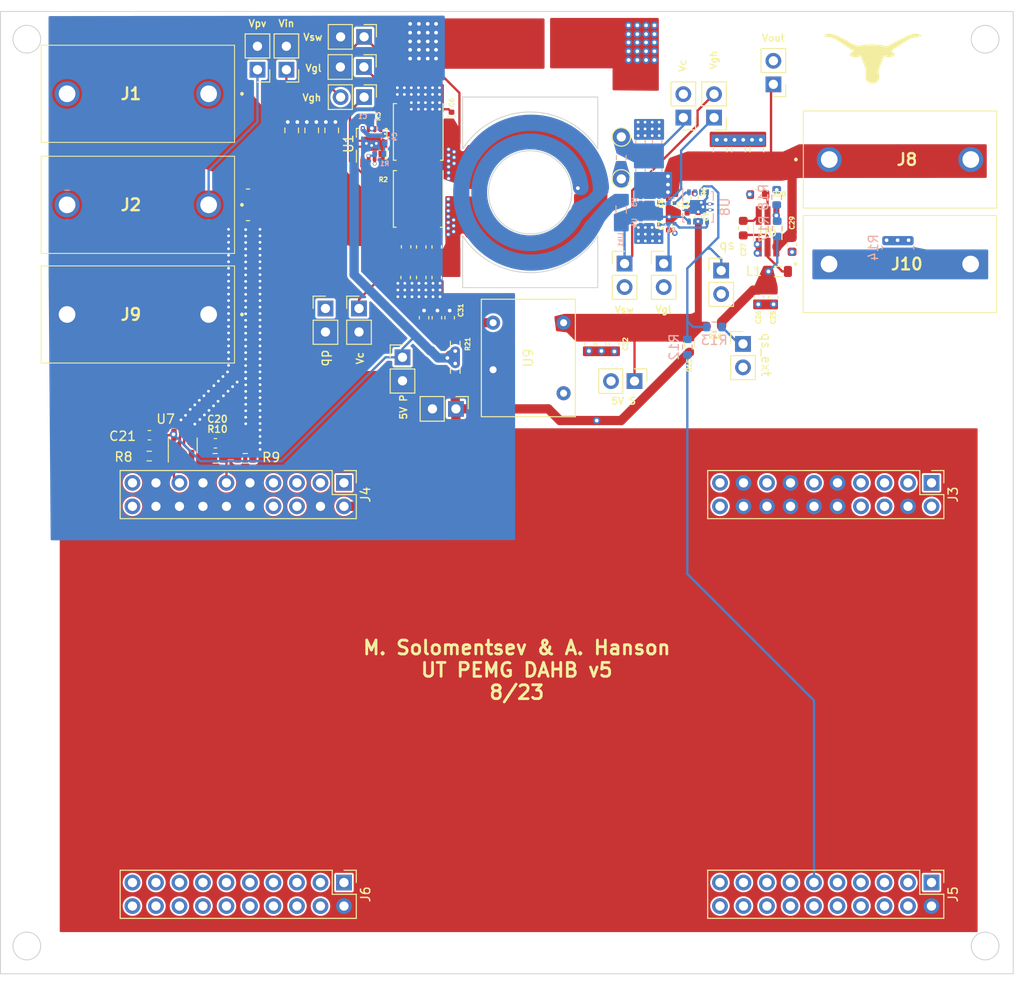
<source format=kicad_pcb>
(kicad_pcb (version 20211014) (generator pcbnew)
  (layers (0 "F.Cu" signal) (1 "In1.Cu" signal) (2 "In2.Cu" signal) (31 "B.Cu" signal) (34 "B.Paste" user) (35 "F.Paste" user) (36 "B.SilkS" user "B.Silkscreen") (37 "F.SilkS" user "F.Silkscreen") (38 "B.Mask" user) (39 "F.Mask" user) (44 "Edge.Cuts" user))
  (net 0 "")
  (net 1 "GND")
  (net 2 "Net-(C4-Pad1)")
  (net 3 "P_SW")
  (net 4 "S_SW")
  (net 5 "GND1")
  (net 6 "+5V")
  (net 7 "Net-(C12-Pad1)")
  (net 8 "Net-(R1-Pad1)")
  (net 9 "P_G_H")
  (net 10 "P_G_L")
  (net 11 "S_G_H")
  (net 12 "S_G_L")
  (net 13 "V_IN")
  (net 14 "V_OUT")
  (net 15 "/p_g_h")
  (net 22 "/Vout_low")
  (net 27 "/q_p")
  (net 29 "/~{q_p}")
  (net 31 "/i_in+")
  (net 32 "/V_in_low")
  (net 42 "/~{q_s}")
  (net 44 "/q_s")
  (net 73 "/p_g_l")
  (net 74 "/s_g_l")
  (net 75 "/s_g_h")
  (net 76 "/x_s")
  (net 77 "/q_s_mcu")
  (net 78 "/5v_sec")
  (net 79 "/5v_iso")
  (net 80 "Net-(C27-Pad1)")
  (net 81 "Net-(C27-Pad2)")
  (net 82 "/q_s_iso")
  (net 83 "Net-(R17-Pad1)")
  (net 84 "Net-(R20-Pad2)")
  (net 85 "Net-(R12-Pad1)")
  (net 86 "Net-(R6-Pad1)")
  (net 87 "/5V_primary")
  (net 88 "/5v_buck")
  (net 90 "Net-(C10-Pad2)")
  (net 91 "Net-(J10-Pad1)")
  (net 92 "/V_i_sense")
  (footprint "Capacitor_SMD:C_0603_1608Metric" (layer "F.Cu") (at 173.47 65.95 -90)
    (fp_text reference "C25")
    (fp_text value "22u")
  )
  (footprint "Connector_PinHeader_2.54mm:PinHeader_1x02_P2.54mm_Vertical" (layer "F.Cu") (at 125.075 67.15)
    (fp_text reference "qp")
    (fp_text value "TP_Header")
  )
  (footprint "Connector_PinHeader_2.54mm:PinHeader_1x02_P2.54mm_Vertical" (layer "F.Cu") (at 129.225 41.052499 -90)
    (fp_text reference "Vgl")
    (fp_text value "TP_Header")
  )
  (footprint "Connector_PinHeader_2.54mm:PinHeader_1x02_P2.54mm_Vertical" (layer "F.Cu") (at 158.474999 75.000001 -90)
    (fp_text reference "5V S")
    (fp_text value "TP_Header")
  )
  (footprint "Capacitor_SMD:C_0603_1608Metric" (layer "F.Cu") (at 135.425 60.5 -90)
    (fp_text reference "C2" hide)
    (fp_text value "10u")
  )
  (footprint "Capacitor_SMD:C_0805_2012Metric" (layer "F.Cu") (at 121.425 47.9 90)
    (fp_text reference "C17" hide)
    (fp_text value "47u")
  )
  (footprint "Capacitor_SMD:C_0603_1608Metric" (layer "F.Cu") (at 106.05 80.85 180)
    (fp_text reference "C21")
    (fp_text value "1u")
  )
  (footprint "Resistor_SMD:R_0201_0603Metric" (layer "F.Cu") (at 131.325 52.425)
    (fp_text reference "R2")
    (fp_text value "0")
  )
  (footprint "Connector_PinHeader_2.54mm:PinHeader_1x02_P2.54mm_Vertical" (layer "F.Cu") (at 139.174999 78.000001 -90)
    (fp_text reference "J7" hide)
    (fp_text value "Conn_01x02_Female")
  )
  (footprint "Inductor_SMD:L_0603_1608Metric" (layer "F.Cu") (at 170.225 58.4675 90)
    (fp_text reference "C27")
    (fp_text value "100n")
  )
  (footprint "Capacitor_SMD:C_0603_1608Metric" (layer "F.Cu") (at 153.6 71 -90)
    (fp_text reference "REF**" hide)
    (fp_text value "C_0603_1608Metric")
  )
  (footprint "Capacitor_SMD:C_0805_2012Metric" (layer "F.Cu") (at 125.75 47.9 90)
    (fp_text reference "C18" hide)
    (fp_text value "47u")
  )
  (footprint "Capacitor_SMD:C_0603_1608Metric" (layer "F.Cu") (at 137.115 68.15 90)
    (fp_text reference "REF**" hide)
    (fp_text value "C_0603_1608Metric")
  )
  (footprint "DAHB Parts:mornstar_dcdc" (layer "F.Cu") (at 143.19 73.77 90)
    (fp_text reference "U9")
    (fp_text value "iso_dcdc")
  )
  (footprint "Connector_PinHeader_2.54mm:PinHeader_1x02_P2.54mm_Vertical" (layer "F.Cu") (at 167.07 46.53 180)
    (fp_text reference "Vgh")
    (fp_text value "TP_Header")
  )
  (footprint "Connector_PinHeader_2.54mm:PinHeader_1x02_P2.54mm_Vertical" (layer "F.Cu") (at 117.725 41.35 180)
    (fp_text reference "Vpv")
    (fp_text value "TP_Header")
  )
  (footprint "Connector_PinHeader_2.54mm:PinHeader_1x02_P2.54mm_Vertical" (layer "F.Cu") (at 167.84 63.055)
    (fp_text reference "qs")
    (fp_text value "TP_Header")
  )
  (footprint "DAHB Parts:PinHeader_2x10_P2.54mm_Vertical_LetterNumber" (layer "F.Cu") (at 127.075 85.995 -90)
    (fp_text reference "J4")
    (fp_text value "Conn_02x10_Row_Letter_First")
  )
  (footprint "Capacitor_SMD:C_0402_1005Metric" (layer "F.Cu") (at 163.685 56.803 180)
    (fp_text reference "C12")
    (fp_text value "18n")
  )
  (footprint "Capacitor_SMD:C_0603_1608Metric" (layer "F.Cu") (at 133.79 60.49 -90)
    (fp_text reference "C2" hide)
    (fp_text value "10u")
  )
  (footprint "Resistor_SMD:R_0603_1608Metric" (layer "F.Cu") (at 113.155484 83.347532)
    (fp_text reference "R10")
    (fp_text value "10k")
  )
  (footprint "Capacitor_SMD:C_0603_1608Metric" (layer "F.Cu") (at 133.74 63.805 -90)
    (fp_text reference "C14" hide)
    (fp_text value "10u")
  )
  (footprint "Connector_PinHeader_2.54mm:PinHeader_1x02_P2.54mm_Vertical" (layer "F.Cu") (at 129.25 37.794999 -90)
    (fp_text reference "Vsw")
    (fp_text value "TP_Header")
  )
  (footprint "Capacitor_SMD:C_0402_1005Metric" (layer "F.Cu") (at 165.35 57.25 90)
    (fp_text reference "C9")
    (fp_text value "1u")
  )
  (footprint "Resistor_SMD:R_0603_1608Metric" (layer "F.Cu") (at 116.405484 83.347532)
    (fp_text reference "R9")
    (fp_text value "10k")
  )
  (footprint "Capacitor_SMD:C_0402_1005Metric" (layer "F.Cu") (at 138.7 46.42 -90)
    (fp_text reference "C6")
    (fp_text value "C")
  )
  (footprint "DAHB Parts:deltronconnector" (layer "F.Cu") (at 179.5 62.35)
    (fp_text reference "J10")
    (fp_text value "Conn_01x01_Female" hide)
  )
  (footprint "Capacitor_SMD:C_0805_2012Metric" (layer "F.Cu") (at 169.7125 49.975 90)
    (fp_text reference "C22" hide)
    (fp_text value "4.7u")
  )
  (footprint "Resistor_SMD:R_0603_1608Metric" (layer "F.Cu") (at 106.025 83.1 180)
    (fp_text reference "R8")
    (fp_text value "R")
  )
  (footprint "Connector_Pin:Pin_D1.3mm_L11.0mm" (layer "F.Cu") (at 157.05 48.61)
    (fp_text reference "REF**" hide)
    (fp_text value "Pin_D1.3mm_L11.0mm")
  )
  (footprint "Connector_PinHeader_2.54mm:PinHeader_1x02_P2.54mm_Vertical" (layer "F.Cu") (at 120.85 41.35 180)
    (fp_text reference "Vin")
    (fp_text value "TP_Header")
  )
  (footprint "DAHB Parts:deltronconnector" (layer "F.Cu") (at 112.45 55.95 180)
    (fp_text reference "J2")
    (fp_text value "Conn_01x01_Female" hide)
  )
  (footprint "Capacitor_SMD:C_0603_1608Metric" (layer "F.Cu") (at 113.180484 81.722532 180)
    (fp_text reference "C20")
    (fp_text value "1u")
  )
  (footprint "Capacitor_SMD:C_0603_1608Metric" (layer "F.Cu") (at 156.262 71 -90)
    (fp_text reference "C32")
    (fp_text value "4.7u")
  )
  (footprint "Connector_PinHeader_2.54mm:PinHeader_1x02_P2.54mm_Vertical" (layer "F.Cu") (at 170.2 70.975)
    (fp_text reference "TP10" hide)
    (fp_text value "TP_Header")
  )
  (footprint "Capacitor_SMD:C_0805_2012Metric" (layer "F.Cu") (at 171.7 49.975 90)
    (fp_text reference "C23" hide)
    (fp_text value "4.7u")
  )
  (footprint "Resistor_SMD:R_0603_1608Metric" (layer "F.Cu") (at 164.41 71.055 -90)
    (fp_text reference "R15")
    (fp_text value "0")
  )
  (footprint "Package_TO_SOT_SMD:TSOT-23-6_HandSoldering" (layer "F.Cu") (at 172.85 58.8175 90)
    (fp_text reference "U6")
    (fp_text value "AP62200_TSOT")
  )
  (footprint "Capacitor_SMD:C_0603_1608Metric" (layer "F.Cu") (at 138.5 68.15 90)
    (fp_text reference "C31")
    (fp_text value "10u")
  )
  (footprint "Capacitor_SMD:C_0805_2012Metric" (layer "F.Cu") (at 123.5875 47.9 90)
    (fp_text reference "C19" hide)
    (fp_text value "47u")
  )
  (footprint "Connector_PinHeader_2.54mm:PinHeader_1x02_P2.54mm_Vertical" (layer "F.Cu") (at 161.63 62.3)
    (fp_text reference "Vgl")
    (fp_text value "TP_Header")
  )
  (footprint "Capacitor_SMD:C_0603_1608Metric" (layer "F.Cu") (at 175.5 60.25 -90)
    (fp_text reference "C29")
    (fp_text value "1u")
  )
  (footprint "Resistor_SMD:R_0603_1608Metric" (layer "F.Cu") (at 139.100001 70.925 90)
    (fp_text reference "R21")
    (fp_text value "0")
  )
  (footprint "Package_TO_SOT_SMD:SOT-23-5" (layer "F.Cu") (at 109.65 81.95 90)
    (fp_text reference "U7")
    (fp_text value "INA180/139")
  )
  (footprint "Resistor_SMD:R_0612_1632Metric" (layer "F.Cu") (at 116.7 55.95)
    (fp_text reference "R_Isense1" hide)
    (fp_text value "50u")
  )
  (footprint "DAHB Parts:PinHeader_2x10_P2.54mm_Vertical_LetterNumber" (layer "F.Cu") (at 127.075 129.195 -90)
    (fp_text reference "J6")
    (fp_text value "Conn_02x10_Row_Letter_First")
  )
  (footprint "Mike's Footprints:Texas_S-PVSON-N8_modified" (layer "F.Cu") (at 130.06452 49.345 90)
    (fp_text reference "U1")
    (fp_text value "TPS28225")
  )
  (footprint "Inductor_SMD:L_0805_2012Metric" (layer "F.Cu") (at 173.99 63.15)
    (fp_text reference "L1")
    (fp_text value "4.7n")
  )
  (footprint "Resistor_SMD:R_0402_1005Metric" (layer "F.Cu") (at 164.97 55.2 -90)
    (fp_text reference "R6")
    (fp_text value "0")
  )
  (footprint "Resistor_SMD:R_0201_0603Metric" (layer "F.Cu") (at 131.46452 46.4 -90)
    (fp_text reference "R3")
    (fp_text value "0")
  )
  (footprint "logo:texasLonghorn_small2" (layer "F.Cu") (at 184.15 40.15)
    (fp_text reference "G***" hide)
    (fp_text value "LOGO" hide)
  )
  (footprint "Capacitor_SMD:C_0805_2012Metric" (layer "F.Cu") (at 167.725 49.975 90)
    (fp_text reference "C24" hide)
    (fp_text value "4.7u")
  )
  (footprint "DAHB Parts:deltronconnector" (layer "F.Cu") (at 112.45 43.95 180)
    (fp_text reference "J1")
    (fp_text value "Conn_01x01_Female" hide)
  )
  (footprint "Connector_PinHeader_2.54mm:PinHeader_1x02_P2.54mm_Vertical" (layer "F.Cu") (at 173.482 42.926 180)
    (fp_text reference "Vout")
    (fp_text value "TP_Header")
  )
  (footprint "Connector_PinHeader_2.54mm:PinHeader_1x02_P2.54mm_Vertical" (layer "F.Cu") (at 129.25 44.31 -90)
    (fp_text reference "Vgh")
    (fp_text value "TP_Header")
  )
  (footprint "DAHB Parts:PinHeader_2x10_P2.54mm_Vertical_LetterNumber" (layer "F.Cu") (at 190.575 85.995 -90)
    (fp_text reference "J3")
    (fp_text value "Conn_02x10_Row_Letter_First")
  )
  (footprint "Capacitor_SMD:C_0603_1608Metric" (layer "F.Cu") (at 135.73 68.15 90)
    (fp_text reference "REF**" hide)
    (fp_text value "C_0603_1608Metric")
  )
  (footprint "Package_TO_SOT_SMD:TDSON-8-1" (layer "F.Cu") (at 135.1 55.31 -90)
    (fp_text reference "U2" hide)
    (fp_text value "OptiMOS")
  )
  (footprint "Connector_PinHeader_2.54mm:PinHeader_1x02_P2.54mm_Vertical" (layer "F.Cu") (at 133.4 72.425)
    (fp_text reference "5V P")
    (fp_text value "TP_Header")
  )
  (footprint "DAHB Parts:PinHeader_2x10_P2.54mm_Vertical_LetterNumber" (layer "F.Cu") (at 190.57 129.19 -90)
    (fp_text reference "J5")
    (fp_text value "Conn_02x10_Row_Letter_First")
  )
  (footprint "Package_TO_SOT_SMD:TDSON-8-1" (layer "F.Cu") (at 135.1 48.07 -90)
    (fp_text reference "U5" hide)
    (fp_text value "OptiMOS")
  )
  (footprint "Resistor_SMD:R_0603_1608Metric" (layer "F.Cu") (at 171.825 54.8425)
    (fp_text reference "R20")
    (fp_text value "100M")
  )
  (footprint "DAHB Parts:deltronconnector" (layer "F.Cu") (at 179.518 51.054)
    (fp_text reference "J8")
    (fp_text value "Conn_01x01_Female" hide)
  )
  (footprint "Capacitor_SMD:C_0603_1608Metric" (layer "F.Cu") (at 135.425 63.805 -90)
    (fp_text reference "C14" hide)
    (fp_text value "10u")
  )
  (footprint "Capacitor_SMD:C_0402_1005Metric" (layer "F.Cu") (at 162.185 58.193 90)
    (fp_text reference "C7")
    (fp_text value "C")
  )
  (footprint "Connector_Pin:Pin_D1.3mm_L11.0mm" (layer "F.Cu") (at 157.05 53.15)
    (fp_text reference "REF**" hide)
    (fp_text value "Pin_D1.3mm_L11.0mm")
  )
  (footprint "Capacitor_SMD:C_0603_1608Metric" (layer "F.Cu") (at 137.1 60.5 -90)
    (fp_text reference "C13" hide)
    (fp_text value "10u")
  )
  (footprint "Capacitor_SMD:C_0402_1005Metric" (layer "F.Cu") (at 162.175 55.783 -90)
    (fp_text reference "C8")
    (fp_text value "C")
  )
  (footprint "Resistor_SMD:R_0603_1608Metric" (layer "F.Cu") (at 139.1 73.924998 -90)
    (fp_text reference "R5" hide)
    (fp_text value "0")
  )
  (footprint "Connector_PinHeader_2.54mm:PinHeader_1x02_P2.54mm_Vertical" (layer "F.Cu") (at 157.4 62.3)
    (fp_text reference "Vsw")
    (fp_text value "TP_Header")
  )
  (footprint "Resistor_SMD:R_0603_1608Metric" (layer "F.Cu") (at 167.06 69.08)
    (fp_text reference "R16")
    (fp_text value "0")
  )
  (footprint "DAHB Parts:deltronconnector" (layer "F.Cu") (at 112.45 67.8 180)
    (fp_text reference "J9")
    (fp_text value "Conn_01x01_Female" hide)
  )
  (footprint "Connector_PinHeader_2.54mm:PinHeader_1x02_P2.54mm_Vertical" (layer "F.Cu") (at 128.7 67.15)
    (fp_text reference "Vc")
    (fp_text value "TP_Header")
  )
  (footprint "Connector_PinHeader_2.54mm:PinHeader_1x02_P2.54mm_Vertical" (layer "F.Cu") (at 163.75 46.53 180)
    (fp_text reference "Vc")
    (fp_text value "TP_Header")
  )
  (footprint "Capacitor_SMD:C_0603_1608Metric" (layer "F.Cu") (at 154.87 71 -90)
    (fp_text reference "REF**" hide)
    (fp_text value "C_0603_1608Metric")
  )
  (footprint "Capacitor_SMD:C_0603_1608Metric" (layer "F.Cu") (at 171.91 65.94 -90)
    (fp_text reference "C26")
    (fp_text value "22u")
  )
  (footprint "Capacitor_SMD:C_0603_1608Metric" (layer "F.Cu") (at 137.099998 63.804995 -90)
    (fp_text reference "C3" hide)
    (fp_text value "10u")
  )
  (footprint "Capacitor_SMD:C_0603_1608Metric" (layer "B.Cu") (at 160.92 49.12 90)
    (fp_text reference "C16" hide)
    (fp_text value "330n")
  )
  (footprint "Resistor_SMD:R_0201_0603Metric" (layer "B.Cu") (at 162.475 55.77 180)
    (fp_text reference "R22")
    (fp_text value "0")
  )
  (footprint "Resistor_SMD:R_0402_1005Metric" (layer "B.Cu") (at 130.90452 50.445)
    (fp_text reference "R1")
    (fp_text value "0")
  )
  (footprint "Capacitor_SMD:C_0402_1005Metric" (layer "B.Cu") (at 131.47452 48.795 90)
    (fp_text reference "C4")
    (fp_text value "100n")
  )
  (footprint "Resistor_SMD:R_0603_1608Metric" (layer "B.Cu") (at 157.04 50.845 90)
    (fp_text reference "R7" hide)
    (fp_text value "0")
  )
  (footprint "Inductor_SMD:L_0805_2012Metric" (layer "B.Cu") (at 157.03 56.4625 90)
    (fp_text reference "Llk1")
    (fp_text value "240n")
  )
  (footprint "Capacitor_SMD:C_0603_1608Metric" (layer "B.Cu") (at 160.92 52.243 90)
    (fp_text reference "C10" hide)
    (fp_text value "330n")
  )
  (footprint "Resistor_SMD:R_0603_1608Metric" (layer "B.Cu") (at 167.1 69.15)
    (fp_text reference "R13")
    (fp_text value "0")
  )
  (footprint "Mike's Footprints:8-PowerUDFN" (layer "B.Cu") (at 160.09 57.32 -90)
    (fp_text reference "U4")
    (fp_text value "RF4E070GNTR")
  )
  (footprint "Capacitor_SMD:C_0603_1608Metric" (layer "B.Cu") (at 159.12 49.12 90)
    (fp_text reference "C11" hide)
    (fp_text value "330n")
  )
  (footprint "Mike's Footprints:Texas_S-PVSON-N8_modified" (layer "B.Cu") (at 165.34 56.18 -90)
    (fp_text reference "U8")
    (fp_text value "TPS28225")
  )
  (footprint "Mike's Footprints:8-PowerUDFN" (layer "B.Cu") (at 160.09 54.92 -90)
    (fp_text reference "U3")
    (fp_text value "RF4E070GNTR")
  )
  (footprint "Resistor_SMD:R_0612_1632Metric" (layer "B.Cu") (at 186.944 60.572 -90)
    (fp_text reference "R14")
    (fp_text value "0")
  )
  (footprint "Resistor_SMD:R_0201_0603Metric" (layer "B.Cu") (at 162.475 57.983)
    (fp_text reference "R4")
    (fp_text value "0")
  )
  (footprint "Capacitor_SMD:C_0603_1608Metric" (layer "B.Cu") (at 159.12 52.243 90)
    (fp_text reference "C15" hide)
    (fp_text value "330n")
  )
  (footprint "Resistor_SMD:R_0603_1608Metric" (layer "B.Cu") (at 173.84 55.1325 -90)
    (fp_text reference "R18")
    (fp_text value "10k")
  )
  (footprint "Resistor_SMD:R_0603_1608Metric" (layer "B.Cu") (at 164.18 71.315 -90)
    (fp_text reference "R12")
    (fp_text value "0")
  )
  (footprint "Capacitor_SMD:C_0402_1005Metric" (layer "B.Cu") (at 130.625 46.4)
    (fp_text reference "C1")
    (fp_text value "1u")
  )
  (footprint "Resistor_SMD:R_0603_1608Metric" (layer "B.Cu") (at 173.9 58.5375 -90)
    (fp_text reference "R17")
    (fp_text value "56k")
  )
  (gr_line (start 139.9 59.3) (end 139.925535 59.339424) (layer "Edge.Cuts") (width 0.1))
  (gr_arc (start 154.499999 59.3) (mid 147.223485 63.282133) (end 139.925535 59.339424) (layer "Edge.Cuts") (width 0.1))
  (gr_line (start 154.5 64.9) (end 154.499999 59.3) (layer "Edge.Cuts") (width 0.1))
  (gr_circle (center 92.8 38.05) (end 94.3 38.05) (layer "Edge.Cuts") (width 0.1) (fill none))
  (gr_rect (start 89.95 35.05) (end 199.402 139.05) (layer "Edge.Cuts") (width 0.1) (fill none))
  (gr_line (start 139.9 44.3) (end 139.900001 49.9) (layer "Edge.Cuts") (width 0.1))
  (gr_line (start 154.5 64.9) (end 139.9 64.9) (layer "Edge.Cuts") (width 0.1))
  (gr_circle (center 196.366 38.05) (end 197.866 38.05) (layer "Edge.Cuts") (width 0.1) (fill none))
  (gr_line (start 139.9 64.9) (end 139.9 59.3) (layer "Edge.Cuts") (width 0.1))
  (gr_line (start 154.5 44.3) (end 154.499999 49.9) (layer "Edge.Cuts") (width 0.1))
  (gr_line (start 139.9 44.3) (end 154.5 44.3) (layer "Edge.Cuts") (width 0.1))
  (gr_arc (start 139.900001 49.9) (mid 147.2 45.917835) (end 154.499999 49.9) (layer "Edge.Cuts") (width 0.1))
  (gr_circle (center 147.2 54.6) (end 151.7 54.6) (layer "Edge.Cuts") (width 0.1) (fill none))
  (gr_circle (center 196.366 136.05) (end 197.866 136.05) (layer "Edge.Cuts") (width 0.1) (fill none))
  (gr_circle (center 92.8 136.05) (end 94.3 136.05) (layer "Edge.Cuts") (width 0.1) (fill none))
  (gr_text "qs_ext\n" (at 172.7 72.15 -90) (layer "F.SilkS") (effects (font (size 1 1))))
  (gr_text "M. Solomentsev & A. Hanson\nUT PEMG DAHB v5\n8/23\n" (at 145.749997 106.224999) (layer "F.SilkS") (effects (font (size 1.5 1.5) (thickness 0.3))))
  (segment (start 138.38 45.62) (end 138.7 45.94) (width 0.25) (layer "F.Cu") (net 1))
  (segment (start 137.4 45.62) (end 138.38 45.62) (width 0.25) (layer "F.Cu") (net 1))
  (segment (start 135.73 67.375) (end 137.175 67.375) (width 1) (layer "F.Cu") (net 1))
  (segment (start 137.175 67.375) (end 138.5 67.375) (width 1) (layer "F.Cu") (net 1))
  (via (at 132.845 43.295) (size 0.6) (drill 0.3) (layers "F.Cu" "B.Cu") (net 1))
  (via (at 114.6 71.2) (size 0.6) (drill 0.3) (layers "F.Cu" "B.Cu") (net 1))
  (via (at 116.45 74.725) (size 0.6) (drill 0.3) (layers "F.Cu" "B.Cu") (net 1))
  (via (at 132.9 64.43) (size 0.6) (drill 0.3) (layers "F.Cu" "B.Cu") (net 1))
  (via (at 136.7 65.155) (size 0.6) (drill 0.3) (layers "F.Cu" "B.Cu") (net 1))
  (via (at 137.4 45.62) (size 0.6) (drill 0.3) (layers "F.Cu" "B.Cu") (net 1))
  (via (at 114.6 64.9) (size 0.6) (drill 0.3) (layers "F.Cu" "B.Cu") (net 1))
  (via (at 137.4 44.02) (size 0.6) (drill 0.3) (layers "F.Cu" "B.Cu") (net 1))
  (via (at 118 62.1) (size 0.6) (drill 0.3) (layers "F.Cu" "B.Cu") (net 1))
  (via (at 137.025 38.295) (size 0.8) (drill 0.4) (layers "F.Cu" "B.Cu") (net 1))
  (via (at 135.125 44.02) (size 0.6) (drill 0.3) (layers "F.Cu" "B.Cu") (net 1))
  (via (at 109.95 78.7) (size 0.6) (drill 0.3) (layers "F.Cu" "B.Cu") (net 1))
  (via (at 132.9 65.88) (size 0.6) (drill 0.3) (layers "F.Cu" "B.Cu") (net 1))
  (via (at 118 69.1) (size 0.6) (drill 0.3) (layers "F.Cu" "B.Cu") (net 1))
  (via (at 113.467778 77.182225) (size 0.6) (drill 0.3) (layers "F.Cu" "B.Cu") (net 1))
  (via (at 113.995989 74.505934) (size 0.6) (drill 0.3) (layers "F.Cu" "B.Cu") (net 1))
  (via (at 116.455 76.11) (size 0.6) (drill 0.3) (layers "F.Cu" "B.Cu") (net 1))
  (via (at 134.35 43.295) (size 0.6) (drill 0.3) (layers "F.Cu" "B.Cu") (net 1))
  (via (at 116.45 65.625) (size 0.6) (drill 0.3) (layers "F.Cu" "B.Cu") (net 1))
  (via (at 118 63.5) (size 0.6) (drill 0.3) (layers "F.Cu" "B.Cu") (net 1))
  (via (at 116.45 58.625) (size 0.6) (drill 0.3) (layers "F.Cu" "B.Cu") (net 1))
  (via (at 116.45 60.025) (size 0.6) (drill 0.3) (layers "F.Cu" "B.Cu") (net 1))
  (via (at 116.455 75.41) (size 0.6) (drill 0.3) (layers "F.Cu" "B.Cu") (net 1))
  (via (at 114.6 62.8) (size 0.6) (drill 0.3) (layers "F.Cu" "B.Cu") (net 1))
  (via (at 118.005 76.785) (size 0.6) (drill 0.3) (layers "F.Cu" "B.Cu") (net 1))
  (via (at 118.005 76.085) (size 0.6) (drill 0.3) (layers "F.Cu" "B.Cu") (net 1))
  (via (at 118 66.3) (size 0.6) (drill 0.3) (layers "F.Cu" "B.Cu") (net 1))
  (via (at 134.35 45.62) (size 0.6) (drill 0.3) (layers "F.Cu" "B.Cu") (net 1))
  (via (at 118 71.2) (size 0.6) (drill 0.3) (layers "F.Cu" "B.Cu") (net 1))
  (via (at 111.5 79.15) (size 0.6) (drill 0.3) (layers "F.Cu" "B.Cu") (net 1))
  (via (at 118 71.9) (size 0.6) (drill 0.3) (layers "F.Cu" "B.Cu") (net 1))
  (via (at 135.925 65.88) (size 0.6) (drill 0.3) (layers "F.Cu" "B.Cu") (net 1))
  (via (at 116.45 71.925) (size 0.6) (drill 0.3) (layers "F.Cu" "B.Cu") (net 1))
  (via (at 136.65 43.295) (size 0.6) (drill 0.3) (layers "F.Cu" "B.Cu") (net 1))
  (via (at 135.175 64.43) (size 0.6) (drill 0.3) (layers "F.Cu" "B.Cu") (net 1))
  (via (at 134.225 36.395) (size 0.8) (drill 0.4) (layers "F.Cu" "B.Cu") (net 1))
  (via (at 118 74) (size 0.6) (drill 0.3) (layers "F.Cu" "B.Cu") (net 1))
  (via (at 135.175 65.155) (size 0.6) (drill 0.3) (layers "F.Cu" "B.Cu") (net 1))
  (via (at 114.6 58.6) (size 0.6) (drill 0.3) (layers "F.Cu" "B.Cu") (net 1))
  (via (at 135.925 65.155) (size 0.6) (drill 0.3) (layers "F.Cu" "B.Cu") (net 1))
  (via (at 116.45 59.325) (size 0.6) (drill 0.3) (layers "F.Cu" "B.Cu") (net 1))
  (via (at 114.6 69.1) (size 0.6) (drill 0.3) (layers "F.Cu" "B.Cu") (net 1))
  (via (at 118 64.9) (size 0.6) (drill 0.3) (layers "F.Cu" "B.Cu") (net 1))
  (via (at 111.442321 77.073745) (size 0.6) (drill 0.3) (layers "F.Cu" "B.Cu") (net 1))
  (via (at 123.06 47) (size 0.8) (drill 0.4) (layers "F.Cu" "B.Cu") (net 1))
  (via (at 118.005 77.485) (size 0.6) (drill 0.3) (layers "F.Cu" "B.Cu") (net 1))
  (via (at 116.455 79.61) (size 0.6) (drill 0.3) (layers "F.Cu" "B.Cu") (net 1))
  (via (at 118.005 81.685) (size 0.6) (drill 0.3) (layers "F.Cu" "B.Cu") (net 1))
  (via (at 116.45 68.425) (size 0.6) (drill 0.3) (layers "F.Cu" "B.Cu") (net 1))
  (via (at 126.15 47) (size 0.8) (drill 0.4) (layers "F.Cu" "B.Cu") (net 1))
  (via (at 116.45 71.225) (size 0.6) (drill 0.3) (layers "F.Cu" "B.Cu") (net 1))
  (via (at 118.005 79.585) (size 0.6) (drill 0.3) (layers "F.Cu" "B.Cu") (net 1))
  (via (at 135.13 44.905) (size 0.6) (drill 0.3) (layers "F.Cu" "B.Cu") (net 1))
  (via (at 135.875 43.295) (size 0.6) (drill 0.3) (layers "F.Cu" "B.Cu") (net 1))
  (via (at 135.175 36.395) (size 0.8) (drill 0.4) (layers "F.Cu" "B.Cu") (net 1))
  (via (at 136.125 39.195) (size 0.8) (drill 0.4) (layers "F.Cu" "B.Cu") (net 1))
  (via (at 136.655 44.905) (size 0.6) (drill 0.3) (layers "F.Cu" "B.Cu") (net 1))
  (via (at 137.175 67.375) (size 0.8) (drill 0.4) (layers "F.Cu" "B.Cu") (net 1))
  (via (at 136.65 44.02) (size 0.6) (drill 0.3) (layers "F.Cu" "B.Cu") (net 1))
  (via (at 133.65 65.155) (size 0.6) (drill 0.3) (layers "F.Cu" "B.Cu") (net 1))
  (via (at 114.047604 76.588254) (size 0.6) (drill 0.3) (layers "F.Cu" "B.Cu") (net 1))
  (via (at 135.875 45.62) (size 0.6) (drill 0.3) (layers "F.Cu" "B.Cu") (net 1))
  (via (at 118.005 80.985) (size 0.6) (drill 0.3) (layers "F.Cu" "B.Cu") (net 1))
  (via (at 134.425 64.43) (size 0.6) (drill 0.3) (layers "F.Cu" "B.Cu") (net 1))
  (via (at 116.45 61.425) (size 0.6) (drill 0.3) (layers "F.Cu" "B.Cu") (net 1))
  (via (at 134.425 65.88) (size 0.6) (drill 0.3) (layers "F.Cu" "B.Cu") (net 1))
  (via (at 114.6 60.7) (size 0.6) (drill 0.3) (layers "F.Cu" "B.Cu") (net 1))
  (via (at 135.88 44.905) (size 0.6) (drill 0.3) (layers "F.Cu" "B.Cu") (net 1))
  (via (at 118 59.3) (size 0.6) (drill 0.3) (layers "F.Cu" "B.Cu") (net 1))
  (via (at 118 69.8) (size 0.6) (drill 0.3) (layers "F.Cu" "B.Cu") (net 1))
  (via (at 111.991946 78.658058) (size 0.6) (drill 0.3) (layers "F.Cu" "B.Cu") (net 1))
  (via (at 116.45 70.525) (size 0.6) (drill 0.3) (layers "F.Cu" "B.Cu") (net 1))
  (via (at 134.225 39.195) (size 0.8) (drill 0.4) (layers "F.Cu" "B.Cu") (net 1))
  (via (at 136.7 64.43) (size 0.6) (drill 0.3) (layers "F.Cu" "B.Cu") (net 1))
  (via (at 130.56452 49.315) (size 0.4) (drill 0.3) (layers "F.Cu" "B.Cu") (net 1))
  (via (at 137.025 37.345) (size 0.8) (drill 0.4) (layers "F.Cu" "B.Cu") (net 1))
  (via (at 137.4 43.295) (size 0.6) (drill 0.3) (layers "F.Cu" "B.Cu") (net 1))
  (via (at 116.45 69.125) (size 0.6) (drill 0.3) (layers "F.Cu" "B.Cu") (net 1))
  (via (at 116.45 62.825) (size 0.6) (drill 0.3) (layers "F.Cu" "B.Cu") (net 1))
  (via (at 134.355 44.905) (size 0.6) (drill 0.3) (layers "F.Cu" "B.Cu") (net 1))
  (via (at 137.025 36.395) (size 0.8) (drill 0.4) (layers "F.Cu" "B.Cu") (net 1))
  (via (at 116.455 78.91) (size 0.6) (drill 0.3) (layers "F.Cu" "B.Cu") (net 1))
  (via (at 110.95 79.65) (size 0.6) (drill 0.3) (layers "F.Cu" "B.Cu") (net 1))
  (via (at 114.6 72.6) (size 0.6) (drill 0.3) (layers "F.Cu" "B.Cu") (net 1))
  (via (at 133.65 64.43) (size 0.6) (drill 0.3) (layers "F.Cu" "B.Cu") (net 1))
  (via (at 114.6 69.8) (size 0.6) (drill 0.3) (layers "F.Cu" "B.Cu") (net 1))
  (via (at 118 68.4) (size 0.6) (drill 0.3) (layers "F.Cu" "B.Cu") (net 1))
  (via (at 136.125 40.145) (size 0.8) (drill 0.4) (layers "F.Cu" "B.Cu") (net 1))
  (via (at 116.45 62.125) (size 0.6) (drill 0.3) (layers "F.Cu" "B.Cu") (net 1))
  (via (at 137.45 65.88) (size 0.6) (drill 0.3) (layers "F.Cu" "B.Cu") (net 1))
  (via (at 118.005 80.285) (size 0.6) (drill 0.3) (layers "F.Cu" "B.Cu") (net 1))
  (via (at 118 65.6) (size 0.6) (drill 0.3) (layers "F.Cu" "B.Cu") (net 1))
  (via (at 135.125 45.62) (size 0.6) (drill 0.3) (layers "F.Cu" "B.Cu") (net 1))
  (via (at 116.455 76.81) (size 0.6) (drill 0.3) (layers "F.Cu" "B.Cu") (net 1))
  (via (at 118 61.4) (size 0.6) (drill 0.3) (layers "F.Cu" "B.Cu") (net 1))
  (via (at 134.35 44.02) (size 0.6) (drill 0.3) (layers "F.Cu" "B.Cu") (net 1))
  (via (at 118.005 75.385) (size 0.6) (drill 0.3) (layers "F.Cu" "B.Cu") (net 1))
  (via (at 116.45 67.025) (size 0.6) (drill 0.3) (layers "F.Cu" "B.Cu") (net 1))
  (via (at 135.175 65.88) (size 0.6) (drill 0.3) (layers "F.Cu" "B.Cu") (net 1))
  (via (at 122.03 47) (size 0.8) (drill 0.4) (layers "F.Cu" "B.Cu") (net 1))
  (via (at 118.005 78.185) (size 0.6) (drill 0.3) (layers "F.Cu" "B.Cu") (net 1))
  (via (at 116.45 73.325) (size 0.6) (drill 0.3) (layers "F.Cu" "B.Cu") (net 1))
  (via (at 114.6 65.6) (size 0.6) (drill 0.3) (layers "F.Cu" "B.Cu") (net 1))
  (via (at 118 67) (size 0.6) (drill 0.3) (layers "F.Cu" "B.Cu") (net 1))
  (via (at 135.925 64.43) (size 0.6) (drill 0.3) (layers "F.Cu" "B.Cu") (net 1))
  (via (at 133.6 44.02) (size 0.6) (drill 0.3) (layers "F.Cu" "B.Cu") (net 1))
  (via (at 116.45 64.225) (size 0.6) (drill 0.3) (layers "F.Cu" "B.Cu") (net 1))
  (via (at 137.45 64.43) (size 0.6) (drill 0.3) (layers "F.Cu" "B.Cu") (net 1))
  (via (at 114.6 67.7) (size 0.6) (drill 0.3) (layers "F.Cu" "B.Cu") (net 1))
  (via (at 137.405 44.905) (size 0.6) (drill 0.3) (layers "F.Cu" "B.Cu") (net 1))
  (via (at 137.025 39.195) (size 0.8) (drill 0.4) (layers "F.Cu" "B.Cu") (net 1))
  (via (at 115.037556 75.598307) (size 0.6) (drill 0.3) (layers "F.Cu" "B.Cu") (net 1))
  (via (at 116.455 77.51) (size 0.6) (drill 0.3) (layers "F.Cu" "B.Cu") (net 1))
  (via (at 110.950379 77.565685) (size 0.6) (drill 0.3) (layers "F.Cu" "B.Cu") (net 1))
  (via (at 135.175 64.43) (size 0.6) (drill 0.3) (layers "F.Cu" "B.Cu") (net 1))
  (via (at 110.458433 78.057627) (size 0.6) (drill 0.3) (layers "F.Cu" "B.Cu") (net 1))
  (via (at 114.6 63.5) (size 0.6) (drill 0.3) (layers "F.Cu" "B.Cu") (net 1))
  (via (at 112.483888 78.166118) (size 0.6) (drill 0.3) (layers "F.Cu" "B.Cu") (net 1))
  (via (at 133.65 65.88) (size 0.6) (drill 0.3) (layers "F.Cu" "B.Cu") (net 1))
  (via (at 132.9 65.155) (size 0.6) (drill 0.3) (layers "F.Cu" "B.Cu") (net 1))
  (via (at 112.426211 76.089852) (size 0.6) (drill 0.3) (layers "F.Cu" "B.Cu") (net 1))
  (via (at 114.490965 74.010961) (size 0.6) (drill 0.3) (layers "F.Cu" "B.Cu") (net 1))
  (via (at 116.45 60.725) (size 0.6) (drill 0.3) (layers "F.Cu" "B.Cu") (net 1))
  (via (at 114.6 73.3) (size 0.6) (drill 0.3) (layers "F.Cu" "B.Cu") (net 1))
  (via (at 114.6 68.4) (size 0.6) (drill 0.3) (layers "F.Cu" "B.Cu") (net 1))
  (via (at 136.7 65.88) (size 0.6) (drill 0.3) (layers "F.Cu" "B.Cu") (net 1))
  (via (at 112.975834 77.674175) (size 0.6) (drill 0.3) (layers "F.Cu" "B.Cu") (net 1))
  (via (at 135.175 40.145) (size 0.8) (drill 0.4) (layers "F.Cu" "B.Cu") (net 1))
  (via (at 116.45 67.725) (size 0.6) (drill 0.3) (layers "F.Cu" "B.Cu") (net 1))
  (via (at 114.6 60) (size 0.6) (drill 0.3) (layers "F.Cu" "B.Cu") (net 1))
  (via (at 118 72.6) (size 0.6) (drill 0.3) (layers "F.Cu" "B.Cu") (net 1))
  (via (at 135.73 67.375) (size 0.8) (drill 0.4) (layers "F.Cu" "B.Cu") (net 1))
  (via (at 136.125 37.345) (size 0.8) (drill 0.4) (layers "F.Cu" "B.Cu") (net 1))
  (via (at 116.45 63.525) (size 0.6) (drill 0.3) (layers "F.Cu" "B.Cu") (net 1))
  (via (at 118 64.2) (size 0.6) (drill 0.3) (layers "F.Cu" "B.Cu") (net 1))
  (via (at 118 67.7) (size 0.6) (drill 0.3) (layers "F.Cu" "B.Cu") (net 1))
  (via (at 114.6 71.9) (size 0.6) (drill 0.3) (layers "F.Cu" "B.Cu") (net 1))
  (via (at 132.845 44.02) (size 0.6) (drill 0.3) (layers "F.Cu" "B.Cu") (net 1))
  (via (at 116.45 66.325) (size 0.6) (drill 0.3) (layers "F.Cu" "B.Cu") (net 1))
  (via (at 116.45 72.625) (size 0.6) (drill 0.3) (layers "F.Cu" "B.Cu") (net 1))
  (via (at 114.6 66.3) (size 0.6) (drill 0.3) (layers "F.Cu" "B.Cu") (net 1))
  (via (at 114.6 61.4) (size 0.6) (drill 0.3) (layers "F.Cu" "B.Cu") (net 1))
  (via (at 135.875 44.02) (size 0.6) (drill 0.3) (layers "F.Cu" "B.Cu") (net 1))
  (via (at 118 60) (size 0.6) (drill 0.3) (layers "F.Cu" "B.Cu") (net 1))
  (via (at 118.005 78.885) (size 0.6) (drill 0.3) (layers "F.Cu" "B.Cu") (net 1))
  (via (at 118 60.7) (size 0.6) (drill 0.3) (layers "F.Cu" "B.Cu") (net 1))
  (via (at 113.006037 75.495881) (size 0.6) (drill 0.3) (layers "F.Cu" "B.Cu") (net 1))
  (via (at 116.455 74.71) (size 0.6) (drill 0.3) (layers "F.Cu" "B.Cu") (net 1))
  (via (at 137.45 65.155) (size 0.6) (drill 0.3) (layers "F.Cu" "B.Cu") (net 1))
  (via (at 136.125 36.395) (size 0.8) (drill 0.4) (layers "F.Cu" "B.Cu") (net 1))
  (via (at 121 47) (size 0.8) (drill 0.4) (layers "F.Cu" "B.Cu") (net 1))
  (via (at 130.06452 49.535) (size 0.4) (drill 0.3) (layers "F.Cu" "B.Cu") (net 1))
  (via (at 118.005 82.385) (size 0.6) (drill 0.3) (layers "F.Cu" "B.Cu") (net 1))
  (via (at 118 58.6) (size 0.6) (drill 0.3) (layers "F.Cu" "B.Cu") (net 1))
  (via (at 114.6 59.3) (size 0.6) (drill 0.3) (layers "F.Cu" "B.Cu") (net 1))
  (via (at 135.125 43.295) (size 0.6) (drill 0.3) (layers "F.Cu" "B.Cu") (net 1))
  (via (at 135.175 37.345) (size 0.8) (drill 0.4) (layers "F.Cu" "B.Cu") (net 1))
  (via (at 114.542581 76.093279) (size 0.6) (drill 0.3) (layers "F.Cu" "B.Cu") (net 1))
  (via (at 136.65 45.62) (size 0.6) (drill 0.3) (layers "F.Cu" "B.Cu") (net 1))
  (via (at 137.025 40.145) (size 0.8) (drill 0.4) (layers "F.Cu" "B.Cu") (net 1))
  (via (at 134.225 37.345) (size 0.8) (drill 0.4) (layers "F.Cu" "B.Cu") (net 1))
  (via (at 124.09 47) (size 0.8) (drill 0.4) (layers "F.Cu" "B.Cu") (net 1))
  (via (at 118 70.5) (size 0.6) (drill 0.3) (layers "F.Cu" "B.Cu") (net 1))
  (via (at 111.934267 76.581802) (size 0.6) (drill 0.3) (layers "F.Cu" "B.Cu") (net 1))
  (via (at 115.532532 75.103334) (size 0.6) (drill 0.3) (layers "F.Cu" "B.Cu") (net 1))
  (via (at 118 73.3) (size 0.6) (drill 0.3) (layers "F.Cu" "B.Cu") (net 1))
  (via (at 135.175 38.295) (size 0.8) (drill 0.4) (layers "F.Cu" "B.Cu") (net 1))
  (via (at 134.225 38.295) (size 0.8) (drill 0.4) (layers "F.Cu" "B.Cu") (net 1))
  (via (at 116.45 74.025) (size 0.6) (drill 0.3) (layers "F.Cu" "B.Cu") (net 1))
  (via (at 129.49452 49.315) (size 0.4) (drill 0.3) (layers "F.Cu" "B.Cu") (net 1))
  (via (at 114.6 70.5) (size 0.6) (drill 0.3) (layers "F.Cu" "B.Cu") (net 1))
  (via (at 116.455 78.21) (size 0.6) (drill 0.3) (layers "F.Cu" "B.Cu") (net 1))
  (via (at 134.225 40.145) (size 0.8) (drill 0.4) (layers "F.Cu" "B.Cu") (net 1))
  (via (at 138.5 67.375) (size 0.8) (drill 0.4) (layers "F.Cu" "B.Cu") (net 1))
  (via (at 134.425 65.155) (size 0.6) (drill 0.3) (layers "F.Cu" "B.Cu") (net 1))
  (via (at 114.6 67) (size 0.6) (drill 0.3) (layers "F.Cu" "B.Cu") (net 1))
  (via (at 125.12 47) (size 0.8) (drill 0.4) (layers "F.Cu" "B.Cu") (net 1))
  (via (at 109.458054 79.191943) (size 0.6) (drill 0.3) (layers "F.Cu" "B.Cu") (net 1))
  (via (at 114.6 62.1) (size 0.6) (drill 0.3) (layers "F.Cu" "B.Cu") (net 1))
  (via (at 118 62.8) (size 0.6) (drill 0.3) (layers "F.Cu" "B.Cu") (net 1))
  (via (at 116.45 64.925) (size 0.6) (drill 0.3) (layers "F.Cu" "B.Cu") (net 1))
  (via (at 118 74.7) (size 0.6) (drill 0.3) (layers "F.Cu" "B.Cu") (net 1))
  (via (at 136.125 38.295) (size 0.8) (drill 0.4) (layers "F.Cu" "B.Cu") (net 1))
  (via (at 135.175 39.195) (size 0.8) (drill 0.4) (layers "F.Cu" "B.Cu") (net 1))
  (via (at 116.45 69.825) (size 0.6) (drill 0.3) (layers "F.Cu" "B.Cu") (net 1))
  (via (at 113.501014 75.000906) (size 0.6) (drill 0.3) (layers "F.Cu" "B.Cu") (net 1))
  (via (at 114.6 64.2) (size 0.6) (drill 0.3) (layers "F.Cu" "B.Cu") (net 1))
  (via (at 133.6 43.295) (size 0.6) (drill 0.3) (layers "F.Cu" "B.Cu") (net 1))
  (segment (start 131.41452 49.335) (end 131.47452 49.275) (width 0.25) (layer "B.Cu") (net 2))
  (segment (start 131.41452 50.445) (end 131.41452 49.335) (width 0.25) (layer "B.Cu") (net 2))
  (segment (start 132.86976 48.325) (end 131.48024 48.325) (width 0.5) (layer "F.Cu") (net 3))
  (segment (start 133.675001 42.22) (end 137.92 42.22) (width 0.25) (layer "F.Cu") (net 3))
  (segment (start 133.6 62.225) (end 133.825 62.45) (width 0.25) (layer "F.Cu") (net 3))
  (segment (start 138.550002 58.19) (end 138.550002 57.849998) (width 0.25) (layer "F.Cu") (net 3))
  (segment (start 139.184522 58.81759) (end 138.556932 58.19) (width 0.25) (layer "F.Cu") (net 3))
  (segment (start 126.325 39.55) (end 125.075 40.8) (width 0.25) (layer "F.Cu") (net 3))
  (segment (start 133.825 62.45) (end 133.825 62.945) (width 0.25) (layer "F.Cu") (net 3))
  (segment (start 138.75 51.42) (end 138.38 51.79) (width 0.25) (layer "F.Cu") (net 3))
  (segment (start 139.55 43.85) (end 139.55 49.2) (width 0.25) (layer "F.Cu") (net 3))
  (segment (start 138.795 49.955) (end 138.75 49.955) (width 0.25) (layer "F.Cu") (net 3))
  (segment (start 137.92 42.22) (end 139.55 43.85) (width 0.25) (layer "F.Cu") (net 3))
  (segment (start 125.075 40.8) (end 125.075 42.675) (width 0.25) (layer "F.Cu") (net 3))
  (segment (start 139.05 57.35) (end 139.075 57.35) (width 0.25) (layer "F.Cu") (net 3))
  (segment (start 138.550002 57.849998) (end 139.05 57.35) (width 0.25) (layer "F.Cu") (net 3))
  (segment (start 129.25 37.794999) (end 127.494999 39.55) (width 0.25) (layer "F.Cu") (net 3))
  (segment (start 133.825 62.945) (end 133.74 63.03) (width 0.25) (layer "F.Cu") (net 3))
  (segment (start 128.7 67.15) (end 128.7 66.175) (width 0.25) (layer "F.Cu") (net 3))
  (segment (start 128.7 66.175) (end 132.65 62.225) (width 0.25) (layer "F.Cu") (net 3))
  (segment (start 132.65 62.225) (end 133.6 62.225) (width 0.25) (layer "F.Cu") (net 3))
  (segment (start 129.25 37.794999) (end 133.675001 42.22) (width 0.25) (layer "F.Cu") (net 3))
  (segment (start 138.556932 58.19) (end 138.550002 58.19) (width 0.25) (layer "F.Cu") (net 3))
  (segment (start 127.494999 39.55) (end 126.325 39.55) (width 0.25) (layer "F.Cu") (net 3))
  (segment (start 135.1 49.12) (end 134.13 49.12) (width 0.25) (layer "F.Cu") (net 3))
  (segment (start 125.075 42.675) (end 126.71 44.31) (width 0.25) (layer "F.Cu") (net 3))
  (segment (start 139.55 49.2) (end 138.795 49.955) (width 0.25) (layer "F.Cu") (net 3))
  (segment (start 138.75 49.955) (end 138.75 51.42) (width 0.25) (layer "F.Cu") (net 3))
  (via (at 138.38 49.95) (size 0.5) (drill 0.3) (layers "F.Cu" "B.Cu") (net 3))
  (via (at 138.925 58.85) (size 0.5) (drill 0.3) (layers "F.Cu" "B.Cu") (net 3))
  (via (at 138.975 50.825) (size 0.5) (drill 0.3) (layers "F.Cu" "B.Cu") (net 3))
  (via (at 138.38 53.11) (size 0.5) (drill 0.3) (layers "F.Cu" "B.Cu") (net 3))
  (via (at 138.35 55.329) (size 0.5) (drill 0.3) (layers "F.Cu" "B.Cu") (net 3))
  (via (at 138.925 57.586) (size 0.5) (drill 0.3) (layers "F.Cu" "B.Cu") (net 3))
  (via (at 138.975 50.225) (size 0.5) (drill 0.3) (layers "F.Cu" "B.Cu") (net 3))
  (via (at 138.38 51.214) (size 0.5) (drill 0.3) (layers "F.Cu" "B.Cu") (net 3))
  (via (at 138.38 50.582) (size 0.5) (drill 0.3) (layers "F.Cu" "B.Cu") (net 3))
  (via (at 138.35 57.225) (size 0.5) (drill 0.3) (layers "F.Cu" "B.Cu") (net 3))
  (via (at 129.11452 47.665) (size 0.3) (drill 0.2) (layers "F.Cu" "B.Cu") (net 3))
  (via (at 138.975 51.475) (size 0.5) (drill 0.3) (layers "F.Cu" "B.Cu") (net 3))
  (via (at 138.35 58.489) (size 0.5) (drill 0.3) (layers "F.Cu" "B.Cu") (net 3))
  (via (at 138.38 51.846) (size 0.5) (drill 0.3) (layers "F.Cu" "B.Cu") (net 3))
  (via (at 131.50452 48.285) (size 0.3) (drill 0.2) (layers "F.Cu" "B.Cu") (net 3))
  (via (at 138.35 55.961) (size 0.5) (drill 0.3) (layers "F.Cu" "B.Cu") (net 3))
  (via (at 138.35 59.15) (size 0.5) (drill 0.3) (layers "F.Cu" "B.Cu") (net 3))
  (via (at 138.38 52.478) (size 0.5) (drill 0.3) (layers "F.Cu" "B.Cu") (net 3))
  (via (at 138.925 58.218) (size 0.5) (drill 0.3) (layers "F.Cu" "B.Cu") (net 3))
  (via (at 138.35 56.593) (size 0.5) (drill 0.3) (layers "F.Cu" "B.Cu") (net 3))
  (via (at 138.35 57.857) (size 0.5) (drill 0.3) (layers "F.Cu" "B.Cu") (net 3))
  (arc (start 153.7 51.8) (mid 154.287365 54.093962) (end 154.05 56.45) (width 2.5) (layer "F.Cu") (net 3))
  (arc (start 141.04 52.51) (mid 146.892713 48.062409) (end 153.19 51.84) (width 3.5) (layer "F.Cu") (net 3))
  (arc (start 153.57 56.32) (mid 147.501553 61.153415) (end 141.08 56.81) (width 3.5) (layer "F.Cu") (net 3))
  (segment (start 129.11452 47.665) (end 129.11452 47.838707) (width 0.5) (layer "B.Cu") (net 3))
  (segment (start 131.315009 48.474511) (end 131.47452 48.315) (width 0.5) (layer "B.Cu") (net 3))
  (segment (start 129.750324 48.474511) (end 131.315009 48.474511) (width 0.5) (layer "B.Cu") (net 3))
  (segment (start 129.11452 47.838707) (end 129.750324 48.474511) (width 0.5) (layer "B.Cu") (net 3))
  (via (at 152.35 54.15) (size 0.8) (drill 0.4) (layers "F.Cu" "B.Cu") (net 4))
  (segment (start 153.889999 55.33) (end 154.02 55.33) (width 0.3) (layer "B.Cu") (net 4))
  (segment (start 154.843883 54.506117) (end 154.843883 54.020298) (width 0.3) (layer "B.Cu") (net 4))
  (segment (start 154.850489 57.149511) (end 155.55 56.45) (width 0.25) (layer "B.Cu") (net 4))
  (segment (start 154.02 55.33) (end 154.843883 54.506117) (width 0.3) (layer "B.Cu") (net 4))
  (segment (start 152.059999 57.16) (end 153.889999 55.33) (width 0.3) (layer "B.Cu") (net 4))
  (arc (start 152.059999 57.16) (mid 141.796824 53.534423) (end 152.668041 54.076823) (width 1.7) (layer "B.Cu") (net 4))
  (arc (start 153.887836 58.36) (mid 139.92694 53.009221) (end 154.843883 54.020298) (width 1.75) (layer "B.Cu") (net 4))
  (segment (start 162.185 58.673) (end 162.493 58.673) (width 0.25) (layer "F.Cu") (net 5))
  (segment (start 162.493 58.673) (end 162.83 59.01) (width 0.25) (layer "F.Cu") (net 5))
  (via (at 159.615 47.745) (size 0.6) (drill 0.3) (layers "F.Cu" "B.Cu") (net 5))
  (via (at 158.895 59.85) (size 0.6) (drill 0.3) (layers "F.Cu" "B.Cu") (net 5))
  (via (at 170.225 48.925) (size 0.8) (drill 0.4) (layers "F.Cu" "B.Cu") (net 5))
  (via (at 171.75 60.2175) (size 0.8) (drill 0.4) (layers "F.Cu" "B.Cu") (net 5))
  (via (at 188.094002 59.771997) (size 0.8) (drill 0.4) (layers "F.Cu" "B.Cu") (net 5))
  (via (at 159.725 36.55) (size 0.8) (drill 0.4) (layers "F.Cu" "B.Cu") (net 5))
  (via (at 161.14 47.745) (size 0.6) (drill 0.3) (layers "F.Cu" "B.Cu") (net 5))
  (via (at 159.615 48.47) (size 0.6) (drill 0.3) (layers "F.Cu" "B.Cu") (net 5))
  (via (at 186.906501 59.772003) (size 0.8) (drill 0.4) (layers "F.Cu" "B.Cu") (net 5))
  (via (at 159.645 58.4) (size 0.6) (drill 0.3) (layers "F.Cu" "B.Cu") (net 5))
  (via (at 158.895 59.125) (size 0.6) (drill 0.3) (layers "F.Cu" "B.Cu") (net 5))
  (via (at 158.865 47.745) (size 0.6) (drill 0.3) (layers "F.Cu" "B.Cu") (net 5))
  (via (at 157.825 38.4) (size 0.8) (drill 0.4) (layers "F.Cu" "B.Cu") (net 5))
  (via (at 159.645 59.85) (size 0.6) (drill 0.3) (layers "F.Cu" "B.Cu") (net 5))
  (via (at 160.37 58.4) (size 0.6) (drill 0.3) (layers "F.Cu" "B.Cu") (net 5))
  (via (at 158.775 36.55) (size 0.8) (drill 0.4) (layers "F.Cu" "B.Cu") (net 5))
  (via (at 160.625 36.55) (size 0.8) (drill 0.4) (layers "F.Cu" "B.Cu") (net 5))
  (via (at 172.125 48.925) (size 0.8) (drill 0.4) (layers "F.Cu" "B.Cu") (net 5))
  (via (at 185.718994 59.772003) (size 0.8) (drill 0.4) (layers "F.Cu" "B.Cu") (net 5))
  (via (at 157.825 36.55) (size 0.8) (drill 0.4) (layers "F.Cu" "B.Cu") (net 5))
  (via (at 161.14 47.02) (size 0.6) (drill 0.3) (layers "F.Cu" "B.Cu") (net 5))
  (via (at 154.9 71.75) (size 0.8) (drill 0.4) (layers "F.Cu" "B.Cu") (net 5))
  (via (at 160.42 59.125) (size 0.6) (drill 0.3) (layers "F.Cu" "B.Cu") (net 5))
  (via (at 159.725 38.4) (size 0.8) (drill 0.4) (layers "F.Cu" "B.Cu") (net 5))
  (via (at 159.725 37.5) (size 0.8) (drill 0.4) (layers "F.Cu" "B.Cu") (net 5))
  (via (at 158.775 39.35) (size 0.8) (drill 0.4) (layers "F.Cu" "B.Cu") (net 5))
  (via (at 161.17 59.85) (size 0.6) (drill 0.3) (layers "F.Cu" "B.Cu") (net 5))
  (via (at 158.775 38.4) (size 0.8) (drill 0.4) (layers "F.Cu" "B.Cu") (net 5))
  (via (at 175.5 61.05) (size 0.8) (drill 0.4) (layers "F.Cu" "B.Cu") (net 5))
  (via (at 166.61 55.87) (size 0.4) (drill 0.3) (layers "F.Cu" "B.Cu") (net 5))
  (via (at 158.775 40.3) (size 0.8) (drill 0.4) (layers "F.Cu" "B.Cu") (net 5))
  (via (at 171.85 66.7) (size 0.8) (drill 0.4) (layers "F.Cu" "B.Cu") (net 5))
  (via (at 160.625 37.5) (size 0.8) (drill 0.4) (layers "F.Cu" "B.Cu") (net 5))
  (via (at 160.625 40.3) (size 0.8) (drill 0.4) (layers "F.Cu" "B.Cu") (net 5))
  (via (at 159.645 59.125) (size 0.6) (drill 0.3) (layers "F.Cu" "B.Cu") (net 5))
  (via (at 161.17 59.125) (size 0.6) (drill 0.3) (layers "F.Cu" "B.Cu") (net 5))
  (via (at 159.725 40.3) (size 0.8) (drill 0.4) (layers "F.Cu" "B.Cu") (net 5))
  (via (at 159.725 39.35) (size 0.8) (drill 0.4) (layers "F.Cu" "B.Cu") (net 5))
  (via (at 165.69 55.69) (size 0.4) (drill 0.3) (layers "F.Cu" "B.Cu") (net 5))
  (via (at 158.895 58.4) (size 0.6) (drill 0.3) (layers "F.Cu" "B.Cu") (net 5))
  (via (at 160.39 47.745) (size 0.6) (drill 0.3) (layers "F.Cu" "B.Cu") (net 5))
  (via (at 166.64 56.49) (size 0.4) (drill 0.3) (layers "F.Cu" "B.Cu") (net 5))
  (via (at 170.93 54.8075) (size 0.8) (drill 0.4) (layers "F.Cu" "B.Cu") (net 5))
  (via (at 158.865 48.47) (size 0.6) (drill 0.3) (layers "F.Cu" "B.Cu") (net 5))
  (via (at 165.87 56.18) (size 0.4) (drill 0.3) (layers "F.Cu" "B.Cu") (net 5))
  (via (at 165.36 56.71) (size 0.4) (drill 0.3) (layers "F.Cu" "B.Cu") (net 5))
  (via (at 157.825 40.3) (size 0.8) (drill 0.4) (layers "F.Cu" "B.Cu") (net 5))
  (via (at 171.75 61.1675) (size 0.8) (drill 0.4) (layers "F.Cu" "B.Cu") (net 5))
  (via (at 173.85 54.33) (size 0.8) (drill 0.4) (layers "F.Cu" "B.Cu") (net 5))
  (via (at 159.615 47.02) (size 0.6) (drill 0.3) (layers "F.Cu" "B.Cu") (net 5))
  (via (at 169.275 48.925) (size 0.8) (drill 0.4) (layers "F.Cu" "B.Cu") (net 5))
  (via (at 160.39 47.02) (size 0.6) (drill 0.3) (layers "F.Cu" "B.Cu") (net 5))
  (via (at 156.3 71.8) (size 0.8) (drill 0.4) (layers "F.Cu" "B.Cu") (net 5))
  (via (at 160.42 59.85) (size 0.6) (drill 0.3) (layers "F.Cu" "B.Cu") (net 5))
  (via (at 160.625 38.4) (size 0.8) (drill 0.4) (layers "F.Cu" "B.Cu") (net 5))
  (via (at 153.55 71.75) (size 0.8) (drill 0.4) (layers "F.Cu" "B.Cu") (net 5))
  (via (at 162.83 59.01) (size 0.6) (drill 0.3) (layers "F.Cu" "B.Cu") (net 5))
  (via (at 171.175 48.925) (size 0.8) (drill 0.4) (layers "F.Cu" "B.Cu") (net 5))
  (via (at 158.865 47.02) (size 0.6) (drill 0.3) (layers "F.Cu" "B.Cu") (net 5))
  (via (at 161.14 48.47) (size 0.6) (drill 0.3) (layers "F.Cu" "B.Cu") (net 5))
  (via (at 167.375 48.925) (size 0.8) (drill 0.4) (layers "F.Cu" "B.Cu") (net 5))
  (via (at 157.825 37.5) (size 0.8) (drill 0.4) (layers "F.Cu" "B.Cu") (net 5))
  (via (at 157.825 39.35) (size 0.8) (drill 0.4) (layers "F.Cu" "B.Cu") (net 5))
  (via (at 168.325 48.925) (size 0.8) (drill 0.4) (layers "F.Cu" "B.Cu") (net 5))
  (via (at 160.625 39.35) (size 0.8) (drill 0.4) (layers "F.Cu" "B.Cu") (net 5))
  (via (at 160.39 48.47) (size 0.6) (drill 0.3) (layers "F.Cu" "B.Cu") (net 5))
  (via (at 158.775 37.5) (size 0.8) (drill 0.4) (layers "F.Cu" "B.Cu") (net 5))
  (via (at 173.5 66.7) (size 0.8) (drill 0.4) (layers "F.Cu" "B.Cu") (net 5))
  (segment (start 166.315 55.205) (end 165.34 56.18) (width 0.25) (layer "B.Cu") (net 5))
  (segment (start 166.315 54.63) (end 166.315 55.205) (width 0.25) (layer "B.Cu") (net 5))
  (segment (start 138.9 81.054944) (end 138.527472 81.427472) (width 1) (layer "F.Cu") (net 6))
  (segment (start 139.174999 78.000001) (end 149.150001 78.000001) (width 1) (layer "F.Cu") (net 6))
  (segment (start 157.03 79.26) (end 164.41 71.88) (width 1) (layer "F.Cu") (net 6))
  (segment (start 139.174999 80.779945) (end 139.174999 78.000001) (width 1) (layer "F.Cu") (net 6))
  (segment (start 139.1 74.749998) (end 139.1 77.925002) (width 1) (layer "F.Cu") (net 6))
  (segment (start 131.419944 88.535) (end 127.075 88.535) (width 1) (layer "F.Cu") (net 6))
  (segment (start 149.150001 78.000001) (end 150.41 79.26) (width 1) (layer "F.Cu") (net 6))
  (segment (start 138.527472 81.427472) (end 139.174999 80.779945) (width 1) (layer "F.Cu") (net 6))
  (segment (start 150.41 79.26) (end 154.39 79.26) (width 1) (layer "F.Cu") (net 6))
  (segment (start 154.39 79.26) (end 157.03 79.26) (width 1) (layer "F.Cu") (net 6))
  (segment (start 138.527472 81.427472) (end 131.419944 88.535) (width 1) (layer "F.Cu") (net 6))
  (segment (start 139.1 77.925002) (end 139.174999 78.000001) (width 1) (layer "F.Cu") (net 6))
  (via (at 154.39 79.26) (size 0.8) (drill 0.4) (layers "F.Cu" "B.Cu") (net 6))
  (segment (start 164.165 56.635) (end 164.97 55.83) (width 0.25) (layer "F.Cu") (net 7))
  (segment (start 164.205 56.763) (end 164.165 56.803) (width 0.25) (layer "F.Cu") (net 7))
  (segment (start 164.97 55.83) (end 164.97 55.71) (width 0.25) (layer "F.Cu") (net 7))
  (segment (start 164.165 56.803) (end 164.165 56.635) (width 0.25) (layer "F.Cu") (net 7))
  (segment (start 129.73952 51.095) (end 129.73952 50.66) (width 0.25) (layer "F.Cu") (net 8))
  (segment (start 129.73952 50.66) (end 129.72452 50.645) (width 0.25) (layer "F.Cu") (net 8))
  (via (at 129.72452 50.645) (size 0.4) (drill 0.3) (layers "F.Cu" "B.Cu") (net 8))
  (segment (start 129.72452 50.645) (end 130.19452 50.645) (width 0.25) (layer "B.Cu") (net 8))
  (segment (start 130.19452 50.645) (end 130.39452 50.445) (width 0.25) (layer "B.Cu") (net 8))
  (segment (start 129.76952 52.425) (end 130.96548 52.425) (width 0.5) (layer "F.Cu") (net 9))
  (segment (start 129.08952 51.745) (end 129.76952 52.425) (width 0.5) (layer "F.Cu") (net 9))
  (segment (start 129.08952 51.095) (end 129.08952 51.745) (width 0.5) (layer "F.Cu") (net 9))
  (segment (start 131.225 46.75952) (end 131.46452 46.75952) (width 0.5) (layer "F.Cu") (net 10))
  (segment (start 131.03952 47.595) (end 131.03952 46.945) (width 0.5) (layer "F.Cu") (net 10))
  (segment (start 131.03952 46.945) (end 131.225 46.75952) (width 0.5) (layer "F.Cu") (net 10))
  (segment (start 164.365 54.63) (end 163.998 54.63) (width 0.25) (layer "B.Cu") (net 11))
  (segment (start 163.998 54.63) (end 162.795 55.833) (width 0.25) (layer "B.Cu") (net 11))
  (segment (start 162.795 57.983) (end 162.873 57.983) (width 0.25) (layer "B.Cu") (net 12))
  (segment (start 166.315 57.93) (end 166.315 58.279022) (width 0.25) (layer "B.Cu") (net 12))
  (segment (start 166.189022 58.405) (end 163.295 58.405) (width 0.25) (layer "B.Cu") (net 12))
  (segment (start 162.873 57.983) (end 163.275 58.385) (width 0.25) (layer "B.Cu") (net 12))
  (segment (start 166.315 58.279022) (end 166.189022 58.405) (width 0.25) (layer "B.Cu") (net 12))
  (segment (start 163.295 58.405) (end 163.275 58.385) (width 0.25) (layer "B.Cu") (net 12))
  (segment (start 117.3 83.278016) (end 117.230484 83.347532) (width 0.25) (layer "F.Cu") (net 13))
  (segment (start 116.6875 80.8125) (end 117.3 80.2) (width 0.25) (layer "F.Cu") (net 13))
  (segment (start 117.3 80.2) (end 117.3 83.278016) (width 0.25) (layer "F.Cu") (net 13))
  (segment (start 117.3 56.1) (end 117.3 80.2) (width 0.25) (layer "F.Cu") (net 13))
  (segment (start 118.2 45.95) (end 116.65 45.95) (width 0.25) (layer "F.Cu") (net 13))
  (segment (start 120.85 41.325) (end 120.85 43.3) (width 0.25) (layer "F.Cu") (net 13))
  (segment (start 117.45 55.95) (end 117.3 56.1) (width 0.25) (layer "F.Cu") (net 13))
  (segment (start 110.6 80.8125) (end 116.6875 80.8125) (width 0.25) (layer "F.Cu") (net 13))
  (segment (start 120.85 43.3) (end 118.2 45.95) (width 0.25) (layer "F.Cu") (net 13))
  (segment (start 135.1 57.19) (end 135.1 56.36) (width 0.25) (layer "F.Cu") (net 13))
  (segment (start 175.5 59.475) (end 174.8525 59.475) (width 1) (layer "F.Cu") (net 14))
  (segment (start 162.175 55.303) (end 162.175 54.728) (width 0.25) (layer "F.Cu") (net 14))
  (segment (start 173.482 42.926) (end 173.228 43.18) (width 0.25) (layer "F.Cu") (net 14))
  (segment (start 175.5 59.475) (end 175.5 58.86) (width 1) (layer "F.Cu") (net 14))
  (segment (start 175.75 52.46) (end 176.63 51.58) (width 1) (layer "F.Cu") (net 14))
  (segment (start 173.228 51.122) (end 172.9 51.45) (width 0.25) (layer "F.Cu") (net 14))
  (segment (start 175.5 58.86) (end 175.5 52.71) (width 1) (layer "F.Cu") (net 14))
  (segment (start 174.885 59.475) (end 175.5 58.86) (width 1) (layer "F.Cu") (net 14))
  (segment (start 173.85 60.5275) (end 173.8 60.5275) (width 0.25) (layer "F.Cu") (net 14))
  (segment (start 176.63 51.58) (end 176.63 51.5) (width 1) (layer "F.Cu") (net 14))
  (segment (start 174.8525 59.475) (end 173.874511 60.452989) (width 1) (layer "F.Cu") (net 14))
  (segment (start 175.5 52.71) (end 175.75 52.46) (width 1) (layer "F.Cu") (net 14))
  (segment (start 173.874511 60.452989) (end 173.874511 60.5275) (width 1) (layer "F.Cu") (net 14))
  (segment (start 162.175 54.728) (end 162.09 54.643) (width 0.25) (layer "F.Cu") (net 14))
  (segment (start 173.228 43.18) (end 173.228 51.122) (width 0.25) (layer "F.Cu") (net 14))
  (segment (start 174.8525 59.475) (end 174.885 59.475) (width 1) (layer "F.Cu") (net 14))
  (via (at 162.09 52.868) (size 0.8) (drill 0.4) (layers "F.Cu" "B.Cu") (net 14))
  (via (at 162.09 53.768) (size 0.8) (drill 0.4) (layers "F.Cu" "B.Cu") (net 14))
  (via (at 162.09 54.58) (size 0.8) (drill 0.4) (layers "F.Cu" "B.Cu") (net 14))
  (segment (start 161.065 55.068) (end 160.615 54.618) (width 0.25) (layer "B.Cu") (net 14))
  (segment (start 129.665 53.165) (end 127.725 51.225) (width 0.25) (layer "F.Cu") (net 15))
  (segment (start 131.645 52.955) (end 131.645 52.425) (width 0.25) (layer "F.Cu") (net 15))
  (segment (start 131.45 53.15) (end 131.645 52.955) (width 0.25) (layer "F.Cu") (net 15))
  (segment (start 133.185 52.625) (end 133.25 52.56) (width 0.25) (layer "F.Cu") (net 15))
  (segment (start 129.68 53.15) (end 131.45 53.15) (width 0.25) (layer "F.Cu") (net 15))
  (segment (start 127.725 51.225) (end 127.725 45.835) (width 0.25) (layer "F.Cu") (net 15))
  (segment (start 129.665 53.165) (end 129.68 53.15) (width 0.25) (layer "F.Cu") (net 15))
  (segment (start 133.195 52.41) (end 131.69952 52.41) (width 0.5) (layer "F.Cu") (net 15))
  (segment (start 131.69952 52.41) (end 131.68452 52.425) (width 0.5) (layer "F.Cu") (net 15))
  (segment (start 127.725 45.835) (end 129.25 44.31) (width 0.25) (layer "F.Cu") (net 15))
  (segment (start 172.69 85.89) (end 172.795 85.995) (width 0.25) (layer "F.Cu") (net 22))
  (segment (start 130.39452 50.9) (end 130.38952 50.895) (width 0.25) (layer "F.Cu") (net 27))
  (segment (start 130.39452 51.505) (end 130.39452 50.9) (width 0.25) (layer "F.Cu") (net 27))
  (via (at 130.39452 51.505) (size 0.4) (drill 0.3) (layers "F.Cu" "B.Cu") (net 27))
  (segment (start 109.8 81.903928) (end 109.8 79.7) (width 0.25) (layer "F.Cu") (net 31))
  (segment (start 109.8 79.7) (end 115.6 73.9) (width 0.25) (layer "F.Cu") (net 31))
  (segment (start 115.6 56.3) (end 115.95 55.95) (width 0.25) (layer "F.Cu") (net 31))
  (segment (start 115.6 73.9) (end 115.6 56.3) (width 0.25) (layer "F.Cu") (net 31))
  (segment (start 115.95 55.95) (end 115.35 56.55) (width 0.25) (layer "F.Cu") (net 31))
  (segment (start 110.6 82.703928) (end 109.8 81.903928) (width 0.25) (layer "F.Cu") (net 31))
  (segment (start 110.6 83.0875) (end 110.6 82.703928) (width 0.25) (layer "F.Cu") (net 31))
  (segment (start 117.725 41.35) (end 117.725 46.975) (width 0.25) (layer "B.Cu") (net 31))
  (segment (start 112.45 52.25) (end 112.45 55.95) (width 0.25) (layer "B.Cu") (net 31))
  (segment (start 117.725 46.975) (end 112.45 52.25) (width 0.25) (layer "B.Cu") (net 31))
  (segment (start 113.955484 81.722532) (end 113.955484 83.322532) (width 0.25) (layer "F.Cu") (net 32))
  (segment (start 115.580484 83.347532) (end 113.980484 83.347532) (width 0.25) (layer "F.Cu") (net 32))
  (segment (start 114.025 83.395) (end 114 83.42) (width 0.25) (layer "F.Cu") (net 32))
  (segment (start 114.05 83.37) (end 114.025 83.395) (width 0.25) (layer "F.Cu") (net 32))
  (segment (start 114.375 83.425) (end 114.375 85.995) (width 0.25) (layer "F.Cu") (net 32))
  (segment (start 115.580484 83.347532) (end 113.955484 81.722532) (width 0.25) (layer "F.Cu") (net 32))
  (segment (start 129.225 41.052499) (end 131.46452 43.292019) (width 0.25) (layer "F.Cu") (net 73))
  (segment (start 132.335 45.17) (end 131.46452 46.04048) (width 0.5) (layer "F.Cu") (net 73))
  (segment (start 133.195 45.17) (end 132.335 45.17) (width 0.5) (layer "F.Cu") (net 73))
  (segment (start 131.46452 43.292019) (end 131.46452 46.08) (width 0.25) (layer "F.Cu") (net 73))
  (segment (start 131.43952 46.105) (end 131.46452 46.08) (width 0.25) (layer "F.Cu") (net 73))
  (segment (start 161.63 62.3) (end 162.155 61.775) (width 0.25) (layer "B.Cu") (net 74))
  (segment (start 161.14 58.07) (end 162.068 58.07) (width 0.25) (layer "B.Cu") (net 74))
  (segment (start 162.068 58.07) (end 162.155 57.983) (width 0.25) (layer "B.Cu") (net 74))
  (segment (start 162.155 61.775) (end 162.155 57.983) (width 0.25) (layer "B.Cu") (net 74))
  (segment (start 161.303 55.833) (end 161.14 55.67) (width 0.25) (layer "B.Cu") (net 75))
  (segment (start 162.155 55.833) (end 161.303 55.833) (width 0.25) (layer "B.Cu") (net 75))
  (segment (start 162.155 55.77) (end 162.155 55.579639) (width 0.25) (layer "B.Cu") (net 75))
  (segment (start 163.51 54.224639) (end 163.51 50.09) (width 0.25) (layer "B.Cu") (net 75))
  (segment (start 162.155 55.642639) (end 162.155 55.833) (width 0.25) (layer "B.Cu") (net 75))
  (segment (start 163.51 50.09) (end 167.07 46.53) (width 0.25) (layer "B.Cu") (net 75))
  (segment (start 162.155 55.579639) (end 163.51 54.224639) (width 0.25) (layer "B.Cu") (net 75))
  (segment (start 158.224511 61.475489) (end 158.224511 54.404511) (width 0.25) (layer "F.Cu") (net 76))
  (segment (start 165.29 45.77) (end 167.07 43.99) (width 0.25) (layer "F.Cu") (net 76))
  (segment (start 162.185 57.283) (end 162.215 57.253) (width 0.25) (layer "F.Cu") (net 76))
  (segment (start 157.4 62.3) (end 158.224511 61.475489) (width 0.25) (layer "F.Cu") (net 76))
  (segment (start 158.224511 54.404511) (end 165.29 47.339022) (width 0.25) (layer "F.Cu") (net 76))
  (segment (start 162.185 57.713) (end 162.185 57.283) (width 0.25) (layer "F.Cu") (net 76))
  (segment (start 165.29 47.339022) (end 165.29 45.77) (width 0.25) (layer "F.Cu") (net 76))
  (via (at 162.215 57.253) (size 0.6) (drill 0.3) (layers "F.Cu" "B.Cu") (net 76))
  (segment (start 157.4 62.3) (end 157.4 57.895) (width 0.25) (layer "B.Cu") (net 76))
  (segment (start 160.31 56.95) (end 160.14 57.12) (width 0.25) (layer "B.Cu") (net 76))
  (segment (start 161.383 57.253) (end 161.08 56.95) (width 0.25) (layer "B.Cu") (net 76))
  (segment (start 163.802989 57.253) (end 164.279989 57.73) (width 0.25) (layer "B.Cu") (net 76))
  (segment (start 162.215 57.253) (end 161.383 57.253) (width 0.25) (layer "B.Cu") (net 76))
  (segment (start 161.08 56.95) (end 160.31 56.95) (width 0.25) (layer "B.Cu") (net 76))
  (segment (start 164.279989 57.73) (end 164.365 57.73) (width 0.25) (layer "B.Cu") (net 76))
  (segment (start 157.4 57.895) (end 157.03 57.525) (width 0.25) (layer "B.Cu") (net 76))
  (segment (start 162.215 57.253) (end 163.802989 57.253) (width 0.25) (layer "B.Cu") (net 76))
  (segment (start 177.87 129.19) (end 177.87 109.52) (width 0.25) (layer "B.Cu") (net 77))
  (segment (start 164.18 95.83) (end 164.315 95.965) (width 0.25) (layer "B.Cu") (net 77))
  (segment (start 177.87 109.52) (end 164.315 95.965) (width 0.25) (layer "B.Cu") (net 77))
  (segment (start 164.315 95.965) (end 164.174511 95.824511) (width 0.25) (layer "B.Cu") (net 77))
  (segment (start 164.18 72.14) (end 164.18 95.83) (width 0.25) (layer "B.Cu") (net 77))
  (segment (start 164.41 70.23) (end 158.28 70.23) (width 1) (layer "F.Cu") (net 78))
  (segment (start 164.9 69.08) (end 164.81 69.17) (width 0.25) (layer "F.Cu") (net 78))
  (segment (start 158.474999 70.424999) (end 158.28 70.23) (width 0.25) (layer "F.Cu") (net 78))
  (segment (start 152.35 70.23) (end 150.81 68.69) (width 1) (layer "F.Cu") (net 78))
  (segment (start 158.28 70.23) (end 152.35 70.23) (width 1) (layer "F.Cu") (net 78))
  (segment (start 164.81 69.83) (end 164.81 69.17) (width 0.25) (layer "F.Cu") (net 78))
  (segment (start 166.235 69.08) (end 164.9 69.08) (width 0.25) (layer "F.Cu") (net 78))
  (segment (start 165.37 69.22) (end 165.37 57.77) (width 0.75) (layer "F.Cu") (net 78))
  (segment (start 165.37 57.77) (end 165.34 57.74) (width 0.75) (layer "F.Cu") (net 78))
  (segment (start 158.474999 75.000001) (end 158.474999 70.424999) (width 0.25) (layer "F.Cu") (net 78))
  (segment (start 166.235 69.08) (end 165.56 69.08) (width 1) (layer "F.Cu") (net 78))
  (segment (start 165.56 69.08) (end 164.41 70.23) (width 1) (layer "F.Cu") (net 78))
  (segment (start 164.41 70.23) (end 164.81 69.83) (width 0.25) (layer "F.Cu") (net 78))
  (via (at 165.34 57.74) (size 0.6) (drill 0.3) (layers "F.Cu" "B.Cu") (net 78))
  (segment (start 165.215 57.93) (end 165.015 57.73) (width 0.25) (layer "B.Cu") (net 78))
  (segment (start 165.665 57.93) (end 165.215 57.93) (width 0.25) (layer "B.Cu") (net 78))
  (segment (start 140.275001 68.925) (end 140.510001 68.69) (width 1) (layer "F.Cu") (net 79))
  (segment (start 143.19 68.69) (end 140.510001 68.69) (width 1) (layer "F.Cu") (net 79))
  (segment (start 139.100001 69.525001) (end 138.5 68.925) (width 1) (layer "F.Cu") (net 79))
  (segment (start 135.73 68.925) (end 138.5 68.925) (width 1) (layer "F.Cu") (net 79))
  (segment (start 139.100001 70.1) (end 139.100001 69.525001) (width 1) (layer "F.Cu") (net 79))
  (segment (start 138.5 68.925) (end 140.275001 68.925) (width 1) (layer "F.Cu") (net 79))
  (segment (start 140.510001 68.69) (end 139.100001 70.1) (width 1) (layer "F.Cu") (net 79))
  (segment (start 172.79 60.5875) (end 172.85 60.5275) (width 0.25) (layer "F.Cu") (net 80))
  (segment (start 170.225 59.255) (end 170.277011 59.202989) (width 0.25) (layer "F.Cu") (net 80))
  (segment (start 170.277011 59.202989) (end 172.760489 59.202989) (width 0.25) (layer "F.Cu") (net 80))
  (segment (start 172.85 60.5275) (end 172.85 61.551522) (width 0.25) (layer "F.Cu") (net 80))
  (segment (start 172.85 59.2925) (end 172.85 60.5275) (width 0.25) (layer "F.Cu") (net 80))
  (segment (start 172.85 61.551522) (end 174.448478 63.15) (width 0.25) (layer "F.Cu") (net 80))
  (segment (start 172.760489 59.202989) (end 172.85 59.2925) (width 0.25) (layer "F.Cu") (net 80))
  (segment (start 174.448478 63.15) (end 175.0525 63.15) (width 0.25) (layer "F.Cu") (net 80))
  (segment (start 170.225 57.68) (end 171.3275 57.68) (width 0.25) (layer "F.Cu") (net 81))
  (segment (start 171.3275 57.68) (end 171.9 57.1075) (width 0.25) (layer "F.Cu") (net 81))
  (segment (start 170.2 70.975) (end 169.75 70.975) (width 0.25) (layer "B.Cu") (net 82))
  (segment (start 169.75 70.975) (end 167.925 69.15) (width 0.25) (layer "B.Cu") (net 82))
  (via (at 173.8 57.1075) (size 0.8) (drill 0.4) (layers "F.Cu" "B.Cu") (net 83))
  (segment (start 173.9 57.2075) (end 173.8 57.1075) (width 0.25) (layer "B.Cu") (net 83))
  (segment (start 173.84 55.9575) (end 173.84 57.0675) (width 0.25) (layer "B.Cu") (net 83))
  (segment (start 173.84 57.0675) (end 173.8 57.1075) (width 0.25) (layer "B.Cu") (net 83))
  (segment (start 173.9 57.7125) (end 173.9 57.2075) (width 0.25) (layer "B.Cu") (net 83))
  (segment (start 172.85 55.0425) (end 172.65 54.8425) (width 0.25) (layer "F.Cu") (net 84))
  (segment (start 172.85 57.1075) (end 172.85 55.0425) (width 0.25) (layer "F.Cu") (net 84))
  (segment (start 166.275 69.15) (end 164.81 69.15) (width 0.25) (layer "B.Cu") (net 85))
  (segment (start 164.18 68.52) (end 164.18 62.82) (width 0.25) (layer "B.Cu") (net 85))
  (segment (start 165.665 54.63) (end 165.665 54.275) (width 0.25) (layer "B.Cu") (net 85))
  (segment (start 167.85 63.075) (end 167.85 61.85) (width 0.25) (layer "B.Cu") (net 85))
  (segment (start 164.18 70.49) (end 164.18 68.96) (width 0.25) (layer "B.Cu") (net 85))
  (segment (start 166.839511 53.955489) (end 165.974511 53.955489) (width 0.25) (layer "B.Cu") (net 85))
  (segment (start 165.665 54.275) (end 165.66 54.27) (width 0.25) (layer "B.Cu") (net 85))
  (segment (start 167.53 59.47) (end 167.53 54.645978) (width 0.25) (layer "B.Cu") (net 85))
  (segment (start 168.05 62.65) (end 168.02 62.62) (width 0.25) (layer "B.Cu") (net 85))
  (segment (start 164.18 68.96) (end 164.18 68.52) (width 0.25) (layer "B.Cu") (net 85))
  (segment (start 166.68 60.68) (end 166.38 60.68) (width 0.25) (layer "B.Cu") (net 85))
  (segment (start 167.85 61.85) (end 166.925 60.925) (width 0.25) (layer "B.Cu") (net 85))
  (segment (start 164.81 69.15) (end 164.18 68.52) (width 0.25) (layer "B.Cu") (net 85))
  (segment (start 167.53 54.645978) (end 166.839511 53.955489) (width 0.25) (layer "B.Cu") (net 85))
  (segment (start 166.68 60.68) (end 166.925 60.925) (width 0.25) (layer "B.Cu") (net 85))
  (segment (start 164.18 62.82) (end 167.53 59.47) (width 0.25) (layer "B.Cu") (net 85))
  (segment (start 165.974511 53.955489) (end 165.66 54.27) (width 0.25) (layer "B.Cu") (net 85))
  (via (at 165 54.786) (size 0.5) (drill 0.3) (layers "F.Cu" "B.Cu") (net 86))
  (segment (start 108.55 80.85) (end 108.65 80.75) (width 0.25) (layer "F.Cu") (net 87))
  (segment (start 106.825 80.85) (end 108.55 80.85) (width 0.25) (layer "F.Cu") (net 87))
  (segment (start 138.550001 72.199999) (end 138.25 72.5) (width 1) (layer "F.Cu") (net 87))
  (segment (start 139.100001 71.75) (end 139.100001 72.199999) (width 1) (layer "F.Cu") (net 87))
  (segment (start 139.100001 72.199999) (end 139.1 73.099998) (width 1) (layer "F.Cu") (net 87))
  (segment (start 139.100001 72.199999) (end 138.550001 72.199999) (width 1) (layer "F.Cu") (net 87))
  (via (at 108.65 80.75) (size 0.8) (drill 0.4) (layers "F.Cu" "B.Cu") (net 87))
  (via (at 139.1 73.099998) (size 0.8) (drill 0.4) (layers "F.Cu" "B.Cu") (net 87))
  (via (at 130.08452 47.675) (size 0.7) (drill 0.4) (layers "F.Cu" "B.Cu") (net 87))
  (via (at 139.100001 71.75) (size 0.8) (drill 0.4) (layers "F.Cu" "B.Cu") (net 87))
  (via (at 138.25 72.5) (size 0.8) (drill 0.4) (layers "F.Cu" "B.Cu") (net 87))
  (segment (start 129.8725 46.6725) (end 130.145 46.4) (width 0.5) (layer "B.Cu") (net 87))
  (segment (start 128.415 47.37525) (end 128.82477 46.96548) (width 0.5) (layer "B.Cu") (net 87))
  (segment (start 128.82477 46.96548) (end 129.40427 46.96548) (width 0.5) (layer "B.Cu") (net 87))
  (segment (start 136.475 71.7) (end 136.4 71.7) (width 1) (layer "B.Cu") (net 87))
  (segment (start 129.8 46.6) (end 129.8725 46.6725) (width 1) (layer "B.Cu") (net 87))
  (segment (start 108.65 80.75) (end 111.55 83.65) (width 0.25) (layer "B.Cu") (net 87))
  (segment (start 136.375 71.7) (end 136.45 71.7) (width 1) (layer "B.Cu") (net 87))
  (segment (start 130.08452 47.64573) (end 129.40427 46.96548) (width 0.5) (layer "B.Cu") (net 87))
  (segment (start 133.4 71.5) (end 134.7875 70.1125) (width 0.25) (layer "B.Cu") (net 87))
  (segment (start 111.55 83.65) (end 120.35 83.65) (width 0.25) (layer "B.Cu") (net 87))
  (segment (start 136.45 71.7) (end 137.25 72.5) (width 1) (layer "B.Cu") (net 87))
  (segment (start 128.415 63.74) (end 128.415 47.37525) (width 0.5) (layer "B.Cu") (net 87))
  (segment (start 138.500002 72.5) (end 139.1 73.099998) (width 1) (layer "B.Cu") (net 87))
  (segment (start 130.08452 47.675) (end 130.08452 47.64573) (width 0.5) (layer "B.Cu") (net 87))
  (segment (start 136.375 71.7) (end 128.415 63.74) (width 0.5) (layer "B.Cu") (net 87))
  (segment (start 133.4 72.425) (end 133.4 71.5) (width 0.25) (layer "B.Cu") (net 87))
  (segment (start 120.35 83.65) (end 131.575 72.425) (width 0.25) (layer "B.Cu") (net 87))
  (segment (start 138.25 72.5) (end 138.350001 72.5) (width 1) (layer "B.Cu") (net 87))
  (segment (start 128.7 46.6) (end 129.8 46.6) (width 1) (layer "B.Cu") (net 87))
  (segment (start 138.350001 72.5) (end 139.100001 71.75) (width 1) (layer "B.Cu") (net 87))
  (segment (start 131.575 72.425) (end 133.4 72.425) (width 0.25) (layer "B.Cu") (net 87))
  (segment (start 134.7875 70.1125) (end 128.165 63.49) (width 1) (layer "B.Cu") (net 87))
  (segment (start 129.57952 46.96548) (end 129.8725 46.6725) (width 0.5) (layer "B.Cu") (net 87))
  (segment (start 128.165 63.49) (end 128.165 47.135) (width 1) (layer "B.Cu") (net 87))
  (segment (start 139.100001 71.75) (end 139.1 73.099998) (width 1) (layer "B.Cu") (net 87))
  (segment (start 130.08452 46.46048) (end 130.145 46.4) (width 0.5) (layer "B.Cu") (net 87))
  (segment (start 137.25 72.5) (end 138.25 72.5) (width 1) (layer "B.Cu") (net 87))
  (segment (start 138.25 72.5) (end 138.500002 72.5) (width 1) (layer "B.Cu") (net 87))
  (segment (start 128.165 47.135) (end 128.7 46.6) (width 1) (layer "B.Cu") (net 87))
  (segment (start 130.08452 47.675) (end 130.08452 46.46048) (width 0.5) (layer "B.Cu") (net 87))
  (segment (start 136.375 71.7) (end 134.7875 70.1125) (width 1) (layer "B.Cu") (net 87))
  (segment (start 136.4 71.7) (end 136.375 71.7) (width 1) (layer "B.Cu") (net 87))
  (segment (start 129.40427 46.96548) (end 129.57952 46.96548) (width 0.5) (layer "B.Cu") (net 87))
  (segment (start 171.305 65.165) (end 171.91 65.165) (width 1) (layer "F.Cu") (net 88))
  (segment (start 171.865 65.1) (end 167.885 69.08) (width 0.25) (layer "F.Cu") (net 88))
  (segment (start 171.97 65.1) (end 171.865 65.1) (width 0.25) (layer "F.Cu") (net 88))
  (segment (start 167.885 69.08) (end 167.885 68.585) (width 1) (layer "F.Cu") (net 88))
  (segment (start 167.885 68.585) (end 171.305 65.165) (width 1) (layer "F.Cu") (net 88))
  (via (at 172.95 63.15) (size 0.8) (drill 0.4) (layers "F.Cu" "B.Cu") (net 88))
  (segment (start 173.9 59.3625) (end 173.9 62.2) (width 0.25) (layer "B.Cu") (net 88))
  (segment (start 173.9 62.2) (end 172.95 63.15) (width 0.25) (layer "B.Cu") (net 88))
  (segment (start 163.75 47.38) (end 160.42 50.71) (width 0.25) (layer "B.Cu") (net 90))
  (segment (start 163.75 46.53) (end 163.75 47.38) (width 0.25) (layer "B.Cu") (net 90))
  (segment (start 108.7 83.0875) (end 108.7 85.4) (width 0.25) (layer "F.Cu") (net 92))
  (segment (start 106.85 83.1) (end 108.6875 83.1) (width 0.25) (layer "F.Cu") (net 92))
  (segment (start 108.7 85.4) (end 109.295 85.995) (width 0.25) (layer "F.Cu") (net 92))
  (segment (start 108.6875 83.1) (end 108.7 83.0875) (width 0.25) (layer "F.Cu") (net 92))
  (zone (net 3) (net_name "P_SW") (layers "F.Cu" "In2.Cu") (connect_pads yes (clearance 0.254)) (min_thickness 0.254) (fill yes (thermal_gap 0.508) (thermal_bridge_width 0.508))
    (polygon (pts (xy 142.066684 55.06395) (xy 142.66337 56.065624) (xy 140.77337 59.545624) (xy 138.025 59.425) (xy 138.025 56.2) (xy 138.025 55)))
  )
  (zone (net 31) (net_name "/i_in+") (layer "F.Cu") (connect_pads yes (clearance 0.254)) (min_thickness 0.254) (fill yes (thermal_gap 0.508) (thermal_bridge_width 0.508))
    (polygon (pts (xy 116.425 57.584334) (xy 115.45 57.584334) (xy 113.55 57.55) (xy 95.475 57.55) (xy 95.475 54.4) (xy 113.525 54.4) (xy 115.425 54.159334) (xy 116.425 54.159334)))
  )
  (zone (net 1) (net_name "GND") (layer "F.Cu") (connect_pads yes (clearance 0.254)) (min_thickness 0.254) (fill yes (thermal_gap 0.508) (thermal_bridge_width 0.508))
    (polygon (pts (xy 126.675 47.6) (xy 120.525 47.575) (xy 120.525 45.95) (xy 126.675 45.95)))
  )
  (zone (net 1) (net_name "GND") (layer "F.Cu") (connect_pads yes (clearance 0.254)) (min_thickness 0.254) (fill yes (thermal_gap 0.508) (thermal_bridge_width 0.508))
    (polygon (pts (xy 148.75 41.25) (xy 133.59 41.25) (xy 133.59 35.8) (xy 148.75 35.8)))
  )
  (zone (net 76) (net_name "/x_s") (layer "F.Cu") (connect_pads yes (clearance 0.254)) (min_thickness 0.254) (fill yes (thermal_gap 0.508) (thermal_bridge_width 0.508))
    (polygon (pts (xy 163.485 57.103) (xy 163.485 56.513) (xy 162.435 55.983) (xy 161.855 55.983) (xy 161.855 57.993) (xy 162.495 57.993)))
  )
  (zone (net 1) (net_name "GND") (layer "F.Cu") (connect_pads yes (clearance 0.254)) (min_thickness 0.254) (fill yes (thermal_gap 0.508) (thermal_bridge_width 0.508))
    (polygon (pts (xy 137.87 46.01) (xy 133.85 46.01) (xy 133.85 44.45) (xy 132.28 44.45) (xy 132.28 42.88) (xy 137.87 42.88)))
  )
  (zone (net 13) (net_name "V_IN") (layer "F.Cu") (connect_pads yes (clearance 0.254)) (min_thickness 0.254) (fill yes (thermal_gap 0.508) (thermal_bridge_width 0.508))
    (polygon (pts (xy 137.69 60.4) (xy 132.34 60.4) (xy 132.34 53.85) (xy 137.69 53.85)))
  )
  (zone (net 3) (net_name "P_SW") (layers "F.Cu" "In2.Cu") (connect_pads yes (clearance 0.254)) (min_thickness 0.254) (fill yes (thermal_gap 0.508) (thermal_bridge_width 0.508))
    (polygon (pts (xy 154.6 54.35) (xy 151.95 55.85) (xy 151.9 53.8) (xy 151.55 52.4) (xy 154.2 52.45)))
  )
  (zone (net 32) (net_name "/V_in_low") (layer "F.Cu") (connect_pads yes (clearance 0.254)) (min_thickness 0.254) (fill yes (thermal_gap 0.508) (thermal_bridge_width 0.508))
    (polygon (pts (xy 113.905484 83.347532) (xy 115.555484 83.297532) (xy 113.980484 81.772532)))
  )
  (zone (net 1) (net_name "GND") (layer "F.Cu") (connect_pads yes (clearance 0.254)) (min_thickness 0.254) (fill yes (thermal_gap 0.508) (thermal_bridge_width 0.508))
    (polygon (pts (xy 137.85 66.23) (xy 132.55 66.23) (xy 132.55 64.08) (xy 137.85 64.08)))
  )
  (zone (net 5) (net_name "GND1") (layer "F.Cu") (connect_pads yes (clearance 0.254)) (min_thickness 0.254) (fill yes (thermal_gap 0.508) (thermal_bridge_width 0.508))
    (polygon (pts (xy 161.1 43.625) (xy 156.1 43.575) (xy 156.1 41.2) (xy 149.35 41.2) (xy 149.35 35.75) (xy 161.1 35.75)))
  )
  (zone (net 1) (net_name "GND") (layer "F.Cu") (connect_pads yes (clearance 0.254)) (min_thickness 0.254) (fill yes (thermal_gap 0.508) (thermal_bridge_width 0.508))
    (polygon (pts (xy 131.48452 49.825) (xy 131.49452 51.325) (xy 130.79452 51.325) (xy 130.79452 50.095) (xy 129.19452 50.095) (xy 129.19452 48.595) (xy 131.49452 48.595)))
  )
  (zone (net 5) (net_name "GND1") (layer "F.Cu") (connect_pads yes (clearance 0.254)) (min_thickness 0.254) (fill yes (thermal_gap 0.508) (thermal_bridge_width 0.508))
    (polygon (pts (xy 173.98 67.25) (xy 171.3 67.24) (xy 171.3 66.18) (xy 173.98 66.18)))
  )
  (zone (net 88) (net_name "/5v_buck") (layer "F.Cu") (connect_pads yes (clearance 0.254)) (min_thickness 0.254) (fill yes (thermal_gap 0.508) (thermal_bridge_width 0.508))
    (polygon (pts (xy 173.94 64.74) (xy 173.94 65.63) (xy 171.41 65.63) (xy 171.41 64.75) (xy 172.42 62.54) (xy 173.36 62.54)))
  )
  (zone (net 5) (net_name "GND1") (layer "F.Cu") (connect_pads yes (clearance 0.254)) (min_thickness 0.254) (fill yes (thermal_gap 0.508) (thermal_bridge_width 0.508))
    (polygon (pts (xy 172.7 49.7) (xy 166.6 49.7) (xy 166.6 48.05) (xy 172.7 48.05)))
  )
  (zone (net 1) (net_name "GND") (layer "F.Cu") (priority 1) (connect_pads yes (clearance 0.18)) (min_thickness 0.18) (fill yes (thermal_gap 0.508) (thermal_bridge_width 0.508))
    (polygon (pts (xy 137.85 80.1) (xy 137.85 73.9) (xy 96.355 73.9) (xy 96.355 134.55) (xy 195.555 134.55) (xy 195.555 80.1)))
  )
  (zone (net 3) (net_name "P_SW") (layer "F.Cu") (connect_pads yes (clearance 0.254)) (min_thickness 0.254) (fill yes (thermal_gap 0.508) (thermal_bridge_width 0.508))
    (polygon (pts (xy 137.864619 53.050626) (xy 134.02 53.05) (xy 134.02 51.61) (xy 132.3 51.61) (xy 132.3 46.59) (xy 137.874619 46.590626)))
  )
  (zone (net 78) (net_name "/5v_sec") (layer "F.Cu") (connect_pads yes (clearance 0.254)) (min_thickness 0.254) (fill yes (thermal_gap 0.508) (thermal_bridge_width 0.508))
    (polygon (pts (xy 165.46 67.35) (xy 164.9 70.7) (xy 159.599761 70.699999) (xy 150 69.6) (xy 149.8 68) (xy 150.876 67.734) (xy 164.592 67.734)))
  )
  (zone (net 3) (net_name "P_SW") (layer "F.Cu") (connect_pads yes (clearance 0.254)) (min_thickness 0.254) (fill yes (thermal_gap 0.508) (thermal_bridge_width 0.508))
    (polygon (pts (xy 140.94 52.77) (xy 140.94 54.27) (xy 137.5 53.05) (xy 134.05 53.05) (xy 135.45 51.6) (xy 136.05 51.1) (xy 137.29 49.75) (xy 137.9 46.6) (xy 138.95 46.65) (xy 140.81 49.76)))
  )
  (zone (net 14) (net_name "V_OUT") (layer "F.Cu") (connect_pads yes (clearance 0.254)) (min_thickness 0.254) (fill yes (thermal_gap 0.508) (thermal_bridge_width 0.508))
    (polygon (pts (xy 196.542908 49.399465) (xy 176.249681 49.405741) (xy 174.525487 50.198) (xy 164.210491 50.177893) (xy 162.21 50.89) (xy 161.7 52.32) (xy 161.7 55.098) (xy 163.17 55.098) (xy 163.39 53.348) (xy 174.425 53.348) (xy 176.225 53.048) (xy 196.544558 53.038371)))
  )
  (zone (net 3) (net_name "P_SW") (layer "F.Cu") (connect_pads yes (clearance 0.254)) (min_thickness 0.254) (fill yes (thermal_gap 0.508) (thermal_bridge_width 0.508))
    (polygon (pts (xy 139.8 63.75) (xy 132.31 63.75) (xy 132.31 60.725) (xy 137.75 60.725) (xy 138.05 60.125) (xy 139.8 60.65)))
  )
  (zone (net 3) (net_name "P_SW") (layer "F.Cu") (connect_pads yes (clearance 0.254)) (min_thickness 0.254) (fill yes (thermal_gap 0.508) (thermal_bridge_width 0.508))
    (polygon (pts (xy 140.8 55.05) (xy 139.775 63.75) (xy 138.05 63.75) (xy 138.025 56.3)))
  )
  (zone (net 5) (net_name "GND1") (layer "F.Cu") (connect_pads yes (clearance 0.254)) (min_thickness 0.254) (fill yes (thermal_gap 0.508) (thermal_bridge_width 0.508))
    (polygon (pts (xy 156.9 72.3) (xy 152.9 72.3) (xy 152.9 71.25) (xy 156.9 71.25)))
  )
  (zone (net 13) (net_name "V_IN") (layer "F.Cu") (connect_pads yes (clearance 0.254)) (min_thickness 0.254) (fill yes (thermal_gap 0.508) (thermal_bridge_width 0.508))
    (polygon (pts (xy 120.6 48.1) (xy 126.7 48.1) (xy 126.7 51.65) (xy 128.95 54) (xy 137.45 54) (xy 137.45 60.4) (xy 127.75 60.4) (xy 116.9 57.85) (xy 116.9 53.95) (xy 95.25 45.45) (xy 95.25 42.05) (xy 115.55 42.075)))
  )
  (zone (net 76) (net_name "/x_s") (layer "B.Cu") (connect_pads yes (clearance 0.254)) (min_thickness 0.254) (fill yes (thermal_gap 0.508) (thermal_bridge_width 0.508))
    (polygon (pts (xy 159.44 56.44) (xy 158.69 57.75) (xy 158.44 57.75) (xy 157.84 58.14) (xy 157.85 58.825) (xy 156.25 58.825) (xy 156.24 56.94) (xy 158.45 56.13)))
  )
  (zone (net 76) (net_name "/x_s") (layer "B.Cu") (connect_pads yes (clearance 0.254)) (min_thickness 0.254) (fill yes (thermal_gap 0.508) (thermal_bridge_width 0.508))
    (polygon (pts (xy 160.745 56.05) (xy 161.543868 56.29645) (xy 161.568868 57.69645) (xy 160.92 57.7) (xy 160.72 57.65) (xy 159.57 57.65) (xy 159.345 57.75) (xy 158.425 57.75) (xy 158.425 55.5) (xy 160.745 55.5)))
  )
  (zone (net 5) (net_name "GND1") (layer "B.Cu") (connect_pads yes (clearance 0.254)) (min_thickness 0.254) (fill yes (thermal_gap 0.508) (thermal_bridge_width 0.508))
    (polygon (pts (xy 161.589222 58.526292) (xy 160.8853 58.468625) (xy 160.565 57.913) (xy 158.84 57.913) (xy 158.425 58.42) (xy 158.425 60.17) (xy 161.593922 60.185667)))
  )
  (zone (net 4) (net_name "S_SW") (layer "B.Cu") (connect_pads yes (clearance 0.254)) (min_thickness 0.254) (fill yes (thermal_gap 0.508) (thermal_bridge_width 0.508))
    (polygon (pts (xy 157.86 54.76) (xy 157.86 56) (xy 156.18 56.6) (xy 155.26 57.69) (xy 154.61 58.87) (xy 153.26 57.78) (xy 155.25 55.5) (xy 156.31 54.76)))
  )
  (zone (net 90) (net_name "Net-(C10-Pad2)") (layer "B.Cu") (connect_pads yes (clearance 0.254)) (min_thickness 0.254) (fill yes (thermal_gap 0.508) (thermal_bridge_width 0.508))
    (polygon (pts (xy 157.79 47.87) (xy 158.39 49.32) (xy 161.65 49.323934) (xy 161.650888 52.013934) (xy 158.42 52.001467) (xy 158.403882 51.361467) (xy 156.54 50.41) (xy 156.2 49.19) (xy 156.02 48.74) (xy 156.27 47.88) (xy 157.07 47.57)))
  )
  (zone (net 90) (net_name "Net-(C10-Pad2)") (layer "B.Cu") (connect_pads yes (clearance 0.254)) (min_thickness 0.254) (fill yes (thermal_gap 0.508) (thermal_bridge_width 0.508))
    (polygon (pts (xy 158.43 52) (xy 161.62 52) (xy 161.62 49.325) (xy 158.42 49.325)))
  )
  (zone (net 91) (net_name "Net-(J10-Pad1)") (layer "B.Cu") (connect_pads yes (clearance 0.254)) (min_thickness 0.254) (fill yes (thermal_gap 0.508) (thermal_bridge_width 0.508))
    (polygon (pts (xy 185.495 60.525) (xy 188.795 60.525) (xy 190.000348 60.774) (xy 196.7 60.774) (xy 196.7 64) (xy 177.695 64) (xy 177.695 60.775) (xy 184.545 60.775)))
  )
  (zone (net 4) (net_name "S_SW") (layer "B.Cu") (connect_pads yes (clearance 0.254)) (min_thickness 0.254) (fill yes (thermal_gap 0.508) (thermal_bridge_width 0.508))
    (polygon (pts (xy 157.99 52.72) (xy 157.69 53.93) (xy 156.9 54.18) (xy 156.08 53.61) (xy 156.02 52.86) (xy 156.48 51.21) (xy 157.55 51.21)))
  )
  (zone (net 1) (net_name "GND") (layers "In1.Cu" "In2.Cu" "B.Cu") (connect_pads yes (clearance 0.254)) (min_thickness 0.254) (fill yes (thermal_gap 0.508) (thermal_bridge_width 0.508))
    (polygon (pts (xy 137.975 42.5) (xy 137.74 42.5) (xy 137.74 65.49) (xy 145.562245 65.487202) (xy 145.573984 92.1814) (xy 95.376398 92.210115) (xy 95.154234 63.294279) (xy 95.145236 35.550065) (xy 137.97356 35.502613)))
  )
  (zone (net 5) (net_name "GND1") (layer "B.Cu") (connect_pads yes (clearance 0.254)) (min_thickness 0.254) (fill yes (thermal_gap 0.508) (thermal_bridge_width 0.508))
    (polygon (pts (xy 158.42 48.925) (xy 161.67 48.925) (xy 161.67 46.67) (xy 158.42 46.67)))
  )
  (zone (net 5) (net_name "GND1") (layer "B.Cu") (connect_pads yes (clearance 0.254)) (min_thickness 0.254) (fill yes (thermal_gap 0.508) (thermal_bridge_width 0.508))
    (polygon (pts (xy 172.6 49.55) (xy 166.775 49.55) (xy 166.775 48.35) (xy 172.6 48.35)))
  )
  (zone (net 4) (net_name "S_SW") (layer "B.Cu") (connect_pads yes (clearance 0.254)) (min_thickness 0.254) (fill yes (thermal_gap 0.508) (thermal_bridge_width 0.508))
    (polygon (pts (xy 155.72 54.05) (xy 155.63 54.67) (xy 154.22 56.09) (xy 152.81 57.53) (xy 151.49 56.54) (xy 151.88 55.82) (xy 153.5 54.99) (xy 153.98 54.44) (xy 153.96 53.96)))
  )
  (zone (net 78) (net_name "/5v_sec") (layer "B.Cu") (connect_pads yes (clearance 0.254)) (min_thickness 0.254) (fill yes (thermal_gap 0.508) (thermal_bridge_width 0.508))
    (polygon (pts (xy 165.88 58.08) (xy 164.82 58.08) (xy 164.82 57.39) (xy 165.88 57.39)))
  )
  (zone (net 14) (net_name "V_OUT") (layer "B.Cu") (connect_pads yes (clearance 0.254)) (min_thickness 0.254) (fill yes (thermal_gap 0.508) (thermal_bridge_width 0.508))
    (polygon (pts (xy 162.54 52.393) (xy 158.435 52.393) (xy 158.435 55.323) (xy 161.765032 55.318944) (xy 162.54 54.868)))
  )
)
</source>
